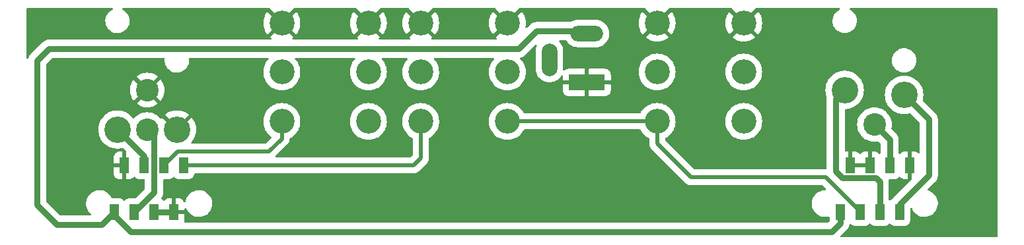
<source format=gbr>
%TF.GenerationSoftware,KiCad,Pcbnew,(6.0.9-0)*%
%TF.CreationDate,2024-08-25T20:51:05+02:00*%
%TF.ProjectId,preamp-test-jacks-board,70726561-6d70-42d7-9465-73742d6a6163,rev?*%
%TF.SameCoordinates,Original*%
%TF.FileFunction,Copper,L1,Top*%
%TF.FilePolarity,Positive*%
%FSLAX46Y46*%
G04 Gerber Fmt 4.6, Leading zero omitted, Abs format (unit mm)*
G04 Created by KiCad (PCBNEW (6.0.9-0)) date 2024-08-25 20:51:05*
%MOMM*%
%LPD*%
G01*
G04 APERTURE LIST*
%TA.AperFunction,SMDPad,CuDef*%
%ADD10R,1.200000X2.000000*%
%TD*%
%TA.AperFunction,ComponentPad*%
%ADD11C,3.400000*%
%TD*%
%TA.AperFunction,ComponentPad*%
%ADD12C,2.900000*%
%TD*%
%TA.AperFunction,ComponentPad*%
%ADD13R,4.600000X2.000000*%
%TD*%
%TA.AperFunction,ComponentPad*%
%ADD14O,4.200000X2.000000*%
%TD*%
%TA.AperFunction,ComponentPad*%
%ADD15O,2.000000X4.200000*%
%TD*%
%TA.AperFunction,ComponentPad*%
%ADD16C,3.200000*%
%TD*%
%TA.AperFunction,Conductor*%
%ADD17C,0.800000*%
%TD*%
%TA.AperFunction,Conductor*%
%ADD18C,0.500000*%
%TD*%
G04 APERTURE END LIST*
D10*
%TO.P,J8,1,Pin_1*%
%TO.N,/Jack9V*%
X49050000Y-70000000D03*
%TO.P,J8,2,Pin_2*%
%TO.N,/GND*%
X50320000Y-64000000D03*
%TO.P,J8,3,Pin_3*%
%TO.N,/Out-*%
X51590000Y-70000000D03*
%TO.P,J8,4,Pin_4*%
%TO.N,/Out+*%
X52860000Y-64000000D03*
%TO.P,J8,5,Pin_5*%
%TO.N,/GND*%
X54130000Y-70000000D03*
%TO.P,J8,6,Pin_6*%
%TO.N,/InstOut*%
X55400000Y-64000000D03*
%TO.P,J8,7,Pin_7*%
%TO.N,/GND*%
X56670000Y-70000000D03*
%TO.P,J8,8,Pin_8*%
%TO.N,/VolumeIn*%
X57940000Y-64000000D03*
%TD*%
D11*
%TO.P,J4,1*%
%TO.N,/GND*%
X57060000Y-59390000D03*
%TO.P,J4,2*%
%TO.N,/Out+*%
X49440000Y-59390000D03*
D12*
%TO.P,J4,3*%
%TO.N,/Out-*%
X53250000Y-59390000D03*
%TO.P,J4,G*%
%TO.N,/GND*%
X53250000Y-54310000D03*
%TD*%
D13*
%TO.P,J1,1*%
%TO.N,/GND*%
X109600000Y-53350000D03*
D14*
%TO.P,J1,2*%
%TO.N,/Jack9V*%
X109600000Y-47050000D03*
D15*
%TO.P,J1,3*%
%TO.N,unconnected-(J1-Pad3)*%
X104800000Y-50450000D03*
%TD*%
D10*
%TO.P,J7,1,Pin_1*%
%TO.N,/Jack9V*%
X142050000Y-70000000D03*
%TO.P,J7,2,Pin_2*%
%TO.N,/GND*%
X143320000Y-64000000D03*
%TO.P,J7,3,Pin_3*%
%TO.N,/PreOut*%
X144590000Y-70000000D03*
%TO.P,J7,4,Pin_4*%
%TO.N,/GND*%
X145860000Y-64000000D03*
%TO.P,J7,5,Pin_5*%
%TO.N,/InGND*%
X147130000Y-70000000D03*
%TO.P,J7,6,Pin_6*%
%TO.N,/In-*%
X148400000Y-64000000D03*
%TO.P,J7,7,Pin_7*%
%TO.N,/In+*%
X149670000Y-70000000D03*
%TO.P,J7,8,Pin_8*%
%TO.N,/GND*%
X150940000Y-64000000D03*
%TD*%
D16*
%TO.P,J6,R*%
%TO.N,unconnected-(J6-PadR)*%
X70500000Y-52000000D03*
%TO.P,J6,RN*%
%TO.N,unconnected-(J6-PadRN)*%
X81600000Y-52000000D03*
%TO.P,J6,S*%
%TO.N,/GND*%
X70500000Y-45700000D03*
X81600000Y-45700000D03*
%TO.P,J6,T*%
%TO.N,/InstOut*%
X70500000Y-58350000D03*
%TO.P,J6,TN*%
%TO.N,unconnected-(J6-PadTN)*%
X81600000Y-58350000D03*
%TD*%
%TO.P,J5,R*%
%TO.N,unconnected-(J5-PadR)*%
X118600000Y-52000000D03*
%TO.P,J5,RN*%
%TO.N,unconnected-(J5-PadRN)*%
X129700000Y-52000000D03*
%TO.P,J5,S*%
%TO.N,/GND*%
X129700000Y-45700000D03*
X118600000Y-45700000D03*
%TO.P,J5,T*%
%TO.N,/PreOut*%
X118600000Y-58350000D03*
%TO.P,J5,TN*%
%TO.N,unconnected-(J5-PadTN)*%
X129700000Y-58350000D03*
%TD*%
D11*
%TO.P,J2,1*%
%TO.N,/InGND*%
X142640000Y-54300000D03*
%TO.P,J2,2*%
%TO.N,/In+*%
X150260000Y-54935000D03*
D12*
%TO.P,J2,3*%
%TO.N,/In-*%
X146450000Y-58750000D03*
%TD*%
D16*
%TO.P,J3,R*%
%TO.N,unconnected-(J3-PadR)*%
X88300000Y-52000000D03*
%TO.P,J3,RN*%
%TO.N,unconnected-(J3-PadRN)*%
X99400000Y-52000000D03*
%TO.P,J3,S*%
%TO.N,/GND*%
X88300000Y-45700000D03*
X99400000Y-45700000D03*
%TO.P,J3,T*%
%TO.N,/VolumeIn*%
X88300000Y-58350000D03*
%TO.P,J3,TN*%
%TO.N,/PreOut*%
X99400000Y-58350000D03*
%TD*%
D17*
%TO.N,/GND*%
X54130000Y-70000000D02*
X56670000Y-70000000D01*
%TO.N,/Jack9V*%
X39116000Y-50546000D02*
X40662001Y-48999999D01*
X51167000Y-72517000D02*
X111887000Y-72517000D01*
X109286000Y-46736000D02*
X109600000Y-47050000D01*
X39116000Y-69088000D02*
X39116000Y-50546000D01*
X49050000Y-70000000D02*
X47422000Y-71628000D01*
X142087600Y-70037600D02*
X142050000Y-70000000D01*
X49050000Y-70000000D02*
X49050000Y-70400000D01*
X142087600Y-71424800D02*
X142087600Y-70037600D01*
X49050000Y-70400000D02*
X51167000Y-72517000D01*
X40662001Y-48999999D02*
X100860001Y-48999999D01*
X47422000Y-71628000D02*
X41656000Y-71628000D01*
X41656000Y-71628000D02*
X39116000Y-69088000D01*
X103124000Y-46736000D02*
X109286000Y-46736000D01*
X111887000Y-72517000D02*
X140995400Y-72517000D01*
X100860001Y-48999999D02*
X103124000Y-46736000D01*
X140995400Y-72517000D02*
X142087600Y-71424800D01*
%TO.N,/InGND*%
X142308000Y-65600000D02*
X141478000Y-64770000D01*
X141478000Y-64770000D02*
X141478000Y-55462000D01*
X146626000Y-65600000D02*
X142308000Y-65600000D01*
X141478000Y-55462000D02*
X142640000Y-54300000D01*
X147130000Y-70000000D02*
X147130000Y-66104000D01*
X147130000Y-66104000D02*
X146626000Y-65600000D01*
%TO.N,/In+*%
X149670000Y-69024000D02*
X153416000Y-65278000D01*
X149670000Y-70000000D02*
X149670000Y-69024000D01*
X153416000Y-58091000D02*
X150260000Y-54935000D01*
X153416000Y-65278000D02*
X153416000Y-58091000D01*
%TO.N,/In-*%
X148400000Y-64000000D02*
X148400000Y-60700000D01*
X148400000Y-60700000D02*
X146450000Y-58750000D01*
D18*
%TO.N,/VolumeIn*%
X57940000Y-64000000D02*
X87384000Y-64000000D01*
X88300000Y-63084000D02*
X88300000Y-58350000D01*
X87384000Y-64000000D02*
X88300000Y-63084000D01*
%TO.N,/PreOut*%
X140208000Y-65532000D02*
X122936000Y-65532000D01*
X118600000Y-61196000D02*
X118600000Y-58350000D01*
X144590000Y-70000000D02*
X144590000Y-69914000D01*
X144590000Y-69914000D02*
X140208000Y-65532000D01*
X122936000Y-65532000D02*
X118600000Y-61196000D01*
X99400000Y-58350000D02*
X118600000Y-58350000D01*
D17*
%TO.N,/Out+*%
X52860000Y-64000000D02*
X52860000Y-62810000D01*
X52860000Y-62810000D02*
X49440000Y-59390000D01*
%TO.N,/Out-*%
X51590000Y-70000000D02*
X54127400Y-67462600D01*
X54127400Y-67462600D02*
X54127400Y-60267400D01*
X54127400Y-60267400D02*
X53250000Y-59390000D01*
D18*
%TO.N,/InstOut*%
X70500000Y-60564000D02*
X70500000Y-58350000D01*
X55400000Y-64000000D02*
X57170000Y-62230000D01*
X57170000Y-62230000D02*
X68834000Y-62230000D01*
X68834000Y-62230000D02*
X70500000Y-60564000D01*
%TD*%
%TA.AperFunction,Conductor*%
%TO.N,/GND*%
G36*
X48794635Y-43782502D02*
G01*
X48841128Y-43836158D01*
X48851232Y-43906432D01*
X48821738Y-43971012D01*
X48775746Y-44004484D01*
X48713745Y-44030802D01*
X48709461Y-44033500D01*
X48505260Y-44162092D01*
X48505257Y-44162094D01*
X48500981Y-44164787D01*
X48312375Y-44331065D01*
X48152780Y-44525359D01*
X48026303Y-44742670D01*
X48024488Y-44747399D01*
X47940035Y-44967406D01*
X47936196Y-44977406D01*
X47935162Y-44982356D01*
X47935161Y-44982359D01*
X47912381Y-45091403D01*
X47884778Y-45223530D01*
X47873372Y-45474708D01*
X47873953Y-45479728D01*
X47873953Y-45479732D01*
X47894509Y-45657389D01*
X47902271Y-45724478D01*
X47903650Y-45729350D01*
X47903650Y-45729352D01*
X47927762Y-45814562D01*
X47970733Y-45966416D01*
X48076995Y-46194295D01*
X48079836Y-46198475D01*
X48079838Y-46198479D01*
X48208680Y-46388064D01*
X48218323Y-46402253D01*
X48221798Y-46405928D01*
X48221799Y-46405929D01*
X48381625Y-46574941D01*
X48391082Y-46584941D01*
X48395108Y-46588019D01*
X48395109Y-46588020D01*
X48586807Y-46734585D01*
X48586811Y-46734588D01*
X48590827Y-46737658D01*
X48812420Y-46856475D01*
X49050158Y-46938334D01*
X49162993Y-46957824D01*
X49294016Y-46980456D01*
X49294022Y-46980457D01*
X49297926Y-46981131D01*
X49301887Y-46981311D01*
X49301888Y-46981311D01*
X49326653Y-46982436D01*
X49326672Y-46982436D01*
X49328072Y-46982500D01*
X49503176Y-46982500D01*
X49505684Y-46982298D01*
X49505689Y-46982298D01*
X49685585Y-46967824D01*
X49685589Y-46967823D01*
X49690627Y-46967418D01*
X49695535Y-46966212D01*
X49695538Y-46966212D01*
X49929892Y-46908649D01*
X49934806Y-46907442D01*
X49939458Y-46905467D01*
X49939462Y-46905466D01*
X50161597Y-46811175D01*
X50166255Y-46809198D01*
X50246317Y-46758780D01*
X50374740Y-46677908D01*
X50374743Y-46677906D01*
X50379019Y-46675213D01*
X50567625Y-46508935D01*
X50727220Y-46314641D01*
X50853697Y-46097330D01*
X50901020Y-45974049D01*
X50941991Y-45867318D01*
X50941992Y-45867314D01*
X50943804Y-45862594D01*
X50946928Y-45847641D01*
X50976911Y-45704119D01*
X68133202Y-45704119D01*
X68152913Y-46004849D01*
X68153987Y-46013007D01*
X68212783Y-46308597D01*
X68214914Y-46316549D01*
X68311785Y-46601923D01*
X68314940Y-46609542D01*
X68448233Y-46879831D01*
X68452354Y-46886969D01*
X68619786Y-47137548D01*
X68624802Y-47144085D01*
X68646451Y-47168770D01*
X68659690Y-47177167D01*
X68669456Y-47171333D01*
X70127980Y-45712810D01*
X70134357Y-45701131D01*
X70864408Y-45701131D01*
X70864539Y-45702966D01*
X70868790Y-45709580D01*
X72328791Y-47169580D01*
X72342551Y-47177094D01*
X72351914Y-47170634D01*
X72375198Y-47144085D01*
X72380214Y-47137548D01*
X72547646Y-46886969D01*
X72551767Y-46879831D01*
X72685060Y-46609542D01*
X72688215Y-46601923D01*
X72785086Y-46316549D01*
X72787217Y-46308597D01*
X72846013Y-46013007D01*
X72847087Y-46004849D01*
X72866798Y-45704119D01*
X79233202Y-45704119D01*
X79252913Y-46004849D01*
X79253987Y-46013007D01*
X79312783Y-46308597D01*
X79314914Y-46316549D01*
X79411785Y-46601923D01*
X79414940Y-46609542D01*
X79548233Y-46879831D01*
X79552354Y-46886969D01*
X79719786Y-47137548D01*
X79724802Y-47144085D01*
X79746451Y-47168770D01*
X79759690Y-47177167D01*
X79769456Y-47171333D01*
X81227980Y-45712810D01*
X81234357Y-45701131D01*
X81964408Y-45701131D01*
X81964539Y-45702966D01*
X81968790Y-45709580D01*
X83428791Y-47169580D01*
X83442551Y-47177094D01*
X83451914Y-47170634D01*
X83475198Y-47144085D01*
X83480214Y-47137548D01*
X83647646Y-46886969D01*
X83651767Y-46879831D01*
X83785060Y-46609542D01*
X83788215Y-46601923D01*
X83885086Y-46316549D01*
X83887217Y-46308597D01*
X83946013Y-46013007D01*
X83947087Y-46004849D01*
X83966798Y-45704119D01*
X85933202Y-45704119D01*
X85952913Y-46004849D01*
X85953987Y-46013007D01*
X86012783Y-46308597D01*
X86014914Y-46316549D01*
X86111785Y-46601923D01*
X86114940Y-46609542D01*
X86248233Y-46879831D01*
X86252354Y-46886969D01*
X86419786Y-47137548D01*
X86424802Y-47144085D01*
X86446451Y-47168770D01*
X86459690Y-47177167D01*
X86469456Y-47171333D01*
X87927980Y-45712810D01*
X87934357Y-45701131D01*
X88664408Y-45701131D01*
X88664539Y-45702966D01*
X88668790Y-45709580D01*
X90128791Y-47169580D01*
X90142551Y-47177094D01*
X90151914Y-47170634D01*
X90175198Y-47144085D01*
X90180214Y-47137548D01*
X90347646Y-46886969D01*
X90351767Y-46879831D01*
X90485060Y-46609542D01*
X90488215Y-46601923D01*
X90585086Y-46316549D01*
X90587217Y-46308597D01*
X90646013Y-46013007D01*
X90647087Y-46004849D01*
X90666798Y-45704119D01*
X97033202Y-45704119D01*
X97052913Y-46004849D01*
X97053987Y-46013007D01*
X97112783Y-46308597D01*
X97114914Y-46316549D01*
X97211785Y-46601923D01*
X97214940Y-46609542D01*
X97348233Y-46879831D01*
X97352354Y-46886969D01*
X97519786Y-47137548D01*
X97524802Y-47144085D01*
X97546451Y-47168770D01*
X97559690Y-47177167D01*
X97569456Y-47171333D01*
X99027980Y-45712810D01*
X99035592Y-45698869D01*
X99035461Y-45697034D01*
X99031210Y-45690420D01*
X97571209Y-44230420D01*
X97557449Y-44222906D01*
X97548086Y-44229366D01*
X97524802Y-44255915D01*
X97519786Y-44262452D01*
X97352354Y-44513031D01*
X97348233Y-44520169D01*
X97214940Y-44790458D01*
X97211785Y-44798077D01*
X97114914Y-45083451D01*
X97112783Y-45091403D01*
X97053987Y-45386993D01*
X97052913Y-45395151D01*
X97033202Y-45695881D01*
X97033202Y-45704119D01*
X90666798Y-45704119D01*
X90666798Y-45695881D01*
X90647087Y-45395151D01*
X90646013Y-45386993D01*
X90587217Y-45091403D01*
X90585086Y-45083451D01*
X90488215Y-44798077D01*
X90485060Y-44790458D01*
X90351767Y-44520169D01*
X90347646Y-44513031D01*
X90180214Y-44262452D01*
X90175198Y-44255915D01*
X90153549Y-44231230D01*
X90140310Y-44222833D01*
X90130544Y-44228667D01*
X88672020Y-45687190D01*
X88664408Y-45701131D01*
X87934357Y-45701131D01*
X87935592Y-45698869D01*
X87935461Y-45697034D01*
X87931210Y-45690420D01*
X86471209Y-44230420D01*
X86457449Y-44222906D01*
X86448086Y-44229366D01*
X86424802Y-44255915D01*
X86419786Y-44262452D01*
X86252354Y-44513031D01*
X86248233Y-44520169D01*
X86114940Y-44790458D01*
X86111785Y-44798077D01*
X86014914Y-45083451D01*
X86012783Y-45091403D01*
X85953987Y-45386993D01*
X85952913Y-45395151D01*
X85933202Y-45695881D01*
X85933202Y-45704119D01*
X83966798Y-45704119D01*
X83966798Y-45695881D01*
X83947087Y-45395151D01*
X83946013Y-45386993D01*
X83887217Y-45091403D01*
X83885086Y-45083451D01*
X83788215Y-44798077D01*
X83785060Y-44790458D01*
X83651767Y-44520169D01*
X83647646Y-44513031D01*
X83480214Y-44262452D01*
X83475198Y-44255915D01*
X83453549Y-44231230D01*
X83440310Y-44222833D01*
X83430544Y-44228667D01*
X81972020Y-45687190D01*
X81964408Y-45701131D01*
X81234357Y-45701131D01*
X81235592Y-45698869D01*
X81235461Y-45697034D01*
X81231210Y-45690420D01*
X79771209Y-44230420D01*
X79757449Y-44222906D01*
X79748086Y-44229366D01*
X79724802Y-44255915D01*
X79719786Y-44262452D01*
X79552354Y-44513031D01*
X79548233Y-44520169D01*
X79414940Y-44790458D01*
X79411785Y-44798077D01*
X79314914Y-45083451D01*
X79312783Y-45091403D01*
X79253987Y-45386993D01*
X79252913Y-45395151D01*
X79233202Y-45695881D01*
X79233202Y-45704119D01*
X72866798Y-45704119D01*
X72866798Y-45695881D01*
X72847087Y-45395151D01*
X72846013Y-45386993D01*
X72787217Y-45091403D01*
X72785086Y-45083451D01*
X72688215Y-44798077D01*
X72685060Y-44790458D01*
X72551767Y-44520169D01*
X72547646Y-44513031D01*
X72380214Y-44262452D01*
X72375198Y-44255915D01*
X72353549Y-44231230D01*
X72340310Y-44222833D01*
X72330544Y-44228667D01*
X70872020Y-45687190D01*
X70864408Y-45701131D01*
X70134357Y-45701131D01*
X70135592Y-45698869D01*
X70135461Y-45697034D01*
X70131210Y-45690420D01*
X68671209Y-44230420D01*
X68657449Y-44222906D01*
X68648086Y-44229366D01*
X68624802Y-44255915D01*
X68619786Y-44262452D01*
X68452354Y-44513031D01*
X68448233Y-44520169D01*
X68314940Y-44790458D01*
X68311785Y-44798077D01*
X68214914Y-45083451D01*
X68212783Y-45091403D01*
X68153987Y-45386993D01*
X68152913Y-45395151D01*
X68133202Y-45695881D01*
X68133202Y-45704119D01*
X50976911Y-45704119D01*
X50994188Y-45621421D01*
X50994188Y-45621417D01*
X50995222Y-45616470D01*
X51006628Y-45365292D01*
X51003177Y-45335461D01*
X50978311Y-45120552D01*
X50977729Y-45115522D01*
X50909267Y-44873584D01*
X50803005Y-44645705D01*
X50799323Y-44640286D01*
X50664524Y-44441936D01*
X50664523Y-44441935D01*
X50661677Y-44437747D01*
X50652221Y-44427747D01*
X50492398Y-44258739D01*
X50488918Y-44255059D01*
X50475839Y-44245059D01*
X50293193Y-44105415D01*
X50293189Y-44105412D01*
X50289173Y-44102342D01*
X50097455Y-43999544D01*
X50046872Y-43949726D01*
X50031252Y-43880469D01*
X50055556Y-43813762D01*
X50112066Y-43770783D01*
X50156996Y-43762500D01*
X68896890Y-43762500D01*
X68965011Y-43782502D01*
X69011504Y-43836158D01*
X69013102Y-43843400D01*
X69028667Y-43869456D01*
X70487190Y-45327980D01*
X70501131Y-45335592D01*
X70502966Y-45335461D01*
X70509580Y-45331210D01*
X71969580Y-43871209D01*
X71993113Y-43828113D01*
X72043316Y-43777912D01*
X72103700Y-43762500D01*
X79996890Y-43762500D01*
X80065011Y-43782502D01*
X80111504Y-43836158D01*
X80113102Y-43843400D01*
X80128667Y-43869456D01*
X81587190Y-45327980D01*
X81601131Y-45335592D01*
X81602966Y-45335461D01*
X81609580Y-45331210D01*
X83069580Y-43871209D01*
X83093113Y-43828113D01*
X83143316Y-43777912D01*
X83203700Y-43762500D01*
X86696890Y-43762500D01*
X86765011Y-43782502D01*
X86811504Y-43836158D01*
X86813102Y-43843400D01*
X86828667Y-43869456D01*
X88287190Y-45327980D01*
X88301131Y-45335592D01*
X88302966Y-45335461D01*
X88309580Y-45331210D01*
X89769580Y-43871209D01*
X89793113Y-43828113D01*
X89843316Y-43777912D01*
X89903700Y-43762500D01*
X97796890Y-43762500D01*
X97865011Y-43782502D01*
X97911504Y-43836158D01*
X97913102Y-43843400D01*
X97928667Y-43869456D01*
X99387190Y-45327980D01*
X99401131Y-45335592D01*
X99402966Y-45335461D01*
X99409580Y-45331210D01*
X100869580Y-43871209D01*
X100893113Y-43828113D01*
X100943316Y-43777912D01*
X101003700Y-43762500D01*
X116996890Y-43762500D01*
X117065011Y-43782502D01*
X117111504Y-43836158D01*
X117113102Y-43843400D01*
X117128667Y-43869456D01*
X118587190Y-45327980D01*
X118601131Y-45335592D01*
X118602966Y-45335461D01*
X118609580Y-45331210D01*
X120069580Y-43871209D01*
X120093113Y-43828113D01*
X120143316Y-43777912D01*
X120203700Y-43762500D01*
X128096890Y-43762500D01*
X128165011Y-43782502D01*
X128211504Y-43836158D01*
X128213102Y-43843400D01*
X128228667Y-43869456D01*
X129687190Y-45327980D01*
X129701131Y-45335592D01*
X129702966Y-45335461D01*
X129709580Y-45331210D01*
X131169580Y-43871209D01*
X131193113Y-43828113D01*
X131243316Y-43777912D01*
X131303700Y-43762500D01*
X141902956Y-43762500D01*
X141971077Y-43782502D01*
X142017570Y-43836158D01*
X142027674Y-43906432D01*
X141998180Y-43971012D01*
X141952188Y-44004484D01*
X141913745Y-44020802D01*
X141893581Y-44033500D01*
X141705260Y-44152092D01*
X141705257Y-44152094D01*
X141700981Y-44154787D01*
X141512375Y-44321065D01*
X141352780Y-44515359D01*
X141350236Y-44519730D01*
X141349236Y-44521449D01*
X141226303Y-44732670D01*
X141220649Y-44747399D01*
X141177809Y-44859002D01*
X141136196Y-44967406D01*
X141135162Y-44972356D01*
X141135161Y-44972359D01*
X141110292Y-45091403D01*
X141084778Y-45213530D01*
X141073372Y-45464708D01*
X141073953Y-45469728D01*
X141073953Y-45469732D01*
X141095666Y-45657389D01*
X141102271Y-45714478D01*
X141103650Y-45719350D01*
X141103650Y-45719352D01*
X141115279Y-45760446D01*
X141170733Y-45956416D01*
X141276995Y-46184295D01*
X141279836Y-46188475D01*
X141279838Y-46188479D01*
X141415476Y-46388064D01*
X141418323Y-46392253D01*
X141421798Y-46395928D01*
X141421799Y-46395929D01*
X141459246Y-46435528D01*
X141591082Y-46574941D01*
X141595108Y-46578019D01*
X141595109Y-46578020D01*
X141786807Y-46724585D01*
X141786811Y-46724588D01*
X141790827Y-46727658D01*
X142012420Y-46846475D01*
X142017209Y-46848124D01*
X142041462Y-46856475D01*
X142250158Y-46928334D01*
X142379228Y-46950628D01*
X142494016Y-46970456D01*
X142494022Y-46970457D01*
X142497926Y-46971131D01*
X142501887Y-46971311D01*
X142501888Y-46971311D01*
X142526653Y-46972436D01*
X142526672Y-46972436D01*
X142528072Y-46972500D01*
X142703176Y-46972500D01*
X142705684Y-46972298D01*
X142705689Y-46972298D01*
X142885585Y-46957824D01*
X142885589Y-46957823D01*
X142890627Y-46957418D01*
X142895535Y-46956212D01*
X142895538Y-46956212D01*
X143129892Y-46898649D01*
X143134806Y-46897442D01*
X143139458Y-46895467D01*
X143139462Y-46895466D01*
X143342696Y-46809198D01*
X143366255Y-46799198D01*
X143463979Y-46737658D01*
X143574740Y-46667908D01*
X143574743Y-46667906D01*
X143579019Y-46665213D01*
X143767625Y-46498935D01*
X143927220Y-46304641D01*
X144053697Y-46087330D01*
X144101980Y-45961549D01*
X144141991Y-45857318D01*
X144141992Y-45857314D01*
X144143804Y-45852594D01*
X144144839Y-45847641D01*
X144194188Y-45611421D01*
X144194188Y-45611417D01*
X144195222Y-45606470D01*
X144206628Y-45355292D01*
X144198805Y-45287673D01*
X144178311Y-45110552D01*
X144177729Y-45105522D01*
X144171484Y-45083451D01*
X144110644Y-44868451D01*
X144109267Y-44863584D01*
X144003005Y-44635705D01*
X143861677Y-44427747D01*
X143701855Y-44258739D01*
X143692398Y-44248739D01*
X143688918Y-44245059D01*
X143684891Y-44241980D01*
X143493193Y-44095415D01*
X143493189Y-44095412D01*
X143489173Y-44092342D01*
X143316105Y-43999544D01*
X143265522Y-43949726D01*
X143249902Y-43880469D01*
X143274206Y-43813762D01*
X143330716Y-43770783D01*
X143375646Y-43762500D01*
X162111500Y-43762500D01*
X162179621Y-43782502D01*
X162226114Y-43836158D01*
X162237500Y-43888500D01*
X162237500Y-73111500D01*
X162217498Y-73179621D01*
X162163842Y-73226114D01*
X162111500Y-73237500D01*
X142223113Y-73237500D01*
X142154992Y-73217498D01*
X142108499Y-73163842D01*
X142098395Y-73093568D01*
X142127889Y-73028988D01*
X142134018Y-73022405D01*
X142878882Y-72277541D01*
X142884899Y-72271904D01*
X142930119Y-72232247D01*
X142934460Y-72228440D01*
X142990165Y-72157779D01*
X142992225Y-72155236D01*
X143046053Y-72090515D01*
X143046060Y-72090505D01*
X143049750Y-72086068D01*
X143052576Y-72081023D01*
X143053826Y-72079203D01*
X143062029Y-72066926D01*
X143063159Y-72065187D01*
X143066731Y-72060655D01*
X143069415Y-72055554D01*
X143069418Y-72055549D01*
X143108644Y-71980991D01*
X143110197Y-71978131D01*
X143154145Y-71899657D01*
X143156004Y-71894180D01*
X143156899Y-71892171D01*
X143162733Y-71878591D01*
X143163522Y-71876686D01*
X143166211Y-71871575D01*
X143192902Y-71785616D01*
X143193922Y-71782478D01*
X143220966Y-71702810D01*
X143220966Y-71702808D01*
X143222822Y-71697342D01*
X143223651Y-71691626D01*
X143224166Y-71689480D01*
X143227408Y-71675152D01*
X143227855Y-71673051D01*
X143229568Y-71667533D01*
X143236032Y-71612917D01*
X143263902Y-71547619D01*
X143322650Y-71507755D01*
X143393625Y-71505980D01*
X143450176Y-71538552D01*
X143514201Y-71602466D01*
X143665560Y-71695764D01*
X143672508Y-71698069D01*
X143672509Y-71698069D01*
X143827791Y-71749575D01*
X143827793Y-71749576D01*
X143834322Y-71751741D01*
X143939334Y-71762500D01*
X145240666Y-71762500D01*
X145243912Y-71762163D01*
X145243916Y-71762163D01*
X145340132Y-71752180D01*
X145340136Y-71752179D01*
X145346990Y-71751468D01*
X145353526Y-71749287D01*
X145353528Y-71749287D01*
X145492835Y-71702810D01*
X145515654Y-71695197D01*
X145666850Y-71601634D01*
X145770754Y-71497549D01*
X145833037Y-71463470D01*
X145903857Y-71468473D01*
X145948944Y-71497394D01*
X146049017Y-71597293D01*
X146049026Y-71597300D01*
X146054201Y-71602466D01*
X146205560Y-71695764D01*
X146212508Y-71698069D01*
X146212509Y-71698069D01*
X146367791Y-71749575D01*
X146367793Y-71749576D01*
X146374322Y-71751741D01*
X146479334Y-71762500D01*
X147780666Y-71762500D01*
X147783912Y-71762163D01*
X147783916Y-71762163D01*
X147880132Y-71752180D01*
X147880136Y-71752179D01*
X147886990Y-71751468D01*
X147893526Y-71749287D01*
X147893528Y-71749287D01*
X148032835Y-71702810D01*
X148055654Y-71695197D01*
X148206850Y-71601634D01*
X148310754Y-71497549D01*
X148373037Y-71463470D01*
X148443857Y-71468473D01*
X148488944Y-71497394D01*
X148589017Y-71597293D01*
X148589026Y-71597300D01*
X148594201Y-71602466D01*
X148745560Y-71695764D01*
X148752508Y-71698069D01*
X148752509Y-71698069D01*
X148907791Y-71749575D01*
X148907793Y-71749576D01*
X148914322Y-71751741D01*
X149019334Y-71762500D01*
X150320666Y-71762500D01*
X150323912Y-71762163D01*
X150323916Y-71762163D01*
X150420132Y-71752180D01*
X150420136Y-71752179D01*
X150426990Y-71751468D01*
X150433526Y-71749287D01*
X150433528Y-71749287D01*
X150572835Y-71702810D01*
X150595654Y-71695197D01*
X150746850Y-71601634D01*
X150872466Y-71475799D01*
X150965764Y-71324440D01*
X151003371Y-71211060D01*
X151019575Y-71162209D01*
X151019576Y-71162207D01*
X151021741Y-71155678D01*
X151032500Y-71050666D01*
X151032500Y-69577953D01*
X151052502Y-69509832D01*
X151106158Y-69463339D01*
X151176432Y-69453235D01*
X151241012Y-69482729D01*
X151277813Y-69537452D01*
X151290170Y-69573855D01*
X151292371Y-69578091D01*
X151292373Y-69578097D01*
X151350222Y-69689461D01*
X151410275Y-69805068D01*
X151563972Y-70015453D01*
X151567346Y-70018845D01*
X151567348Y-70018847D01*
X151744348Y-70196776D01*
X151744353Y-70196780D01*
X151747724Y-70200169D01*
X151751570Y-70203010D01*
X151751575Y-70203014D01*
X151857868Y-70281523D01*
X151957302Y-70354966D01*
X151961532Y-70357192D01*
X151961536Y-70357194D01*
X152183646Y-70474051D01*
X152187883Y-70476280D01*
X152434161Y-70561321D01*
X152690468Y-70608131D01*
X152773832Y-70612500D01*
X152936257Y-70612500D01*
X152938636Y-70612319D01*
X152938637Y-70612319D01*
X153125030Y-70598141D01*
X153125035Y-70598140D01*
X153129797Y-70597778D01*
X153134450Y-70596699D01*
X153134453Y-70596699D01*
X153378951Y-70540027D01*
X153378950Y-70540027D01*
X153383615Y-70538946D01*
X153625613Y-70442398D01*
X153850223Y-70310357D01*
X154052277Y-70145859D01*
X154227123Y-69952692D01*
X154244769Y-69925982D01*
X154365570Y-69743124D01*
X154370739Y-69735300D01*
X154374158Y-69727885D01*
X154477813Y-69503038D01*
X154477814Y-69503035D01*
X154479819Y-69498686D01*
X154484410Y-69482729D01*
X154550533Y-69252888D01*
X154550534Y-69252884D01*
X154551854Y-69248295D01*
X154568589Y-69118561D01*
X154584575Y-68994626D01*
X154585186Y-68989889D01*
X154579048Y-68729414D01*
X154544863Y-68536530D01*
X154534414Y-68477569D01*
X154534413Y-68477565D01*
X154533580Y-68472865D01*
X154449830Y-68226145D01*
X154447629Y-68221909D01*
X154447627Y-68221903D01*
X154363892Y-68060707D01*
X154329725Y-67994932D01*
X154176028Y-67784547D01*
X154172652Y-67781153D01*
X153995652Y-67603224D01*
X153995647Y-67603220D01*
X153992276Y-67599831D01*
X153988430Y-67596990D01*
X153988425Y-67596986D01*
X153786550Y-67447879D01*
X153786549Y-67447878D01*
X153782698Y-67445034D01*
X153778468Y-67442808D01*
X153778464Y-67442806D01*
X153556354Y-67325949D01*
X153556352Y-67325948D01*
X153552117Y-67323720D01*
X153547588Y-67322156D01*
X153342759Y-67251427D01*
X153284898Y-67210286D01*
X153258464Y-67144394D01*
X153271851Y-67074671D01*
X153294790Y-67043233D01*
X154207282Y-66130741D01*
X154213299Y-66125104D01*
X154258519Y-66085447D01*
X154262860Y-66081640D01*
X154318565Y-66010979D01*
X154320625Y-66008436D01*
X154374453Y-65943715D01*
X154374460Y-65943705D01*
X154378150Y-65939268D01*
X154380976Y-65934223D01*
X154382226Y-65932403D01*
X154390429Y-65920126D01*
X154391559Y-65918387D01*
X154395131Y-65913855D01*
X154397815Y-65908754D01*
X154397818Y-65908749D01*
X154437044Y-65834191D01*
X154438597Y-65831331D01*
X154482545Y-65752857D01*
X154484404Y-65747380D01*
X154485299Y-65745371D01*
X154491133Y-65731791D01*
X154491922Y-65729886D01*
X154494611Y-65724775D01*
X154502904Y-65698069D01*
X154521302Y-65638816D01*
X154522322Y-65635678D01*
X154549366Y-65556010D01*
X154549366Y-65556008D01*
X154551222Y-65550542D01*
X154552051Y-65544826D01*
X154552566Y-65542680D01*
X154555808Y-65528352D01*
X154556255Y-65526251D01*
X154557968Y-65520733D01*
X154568545Y-65431367D01*
X154568975Y-65428101D01*
X154581052Y-65344814D01*
X154581052Y-65344810D01*
X154581880Y-65339101D01*
X154578597Y-65255544D01*
X154578500Y-65250597D01*
X154578500Y-58134439D01*
X154578770Y-58126198D01*
X154582702Y-58066204D01*
X154583080Y-58060439D01*
X154572500Y-57971052D01*
X154572157Y-57967777D01*
X154569579Y-57939717D01*
X154563930Y-57878244D01*
X154562361Y-57872682D01*
X154561941Y-57870414D01*
X154559106Y-57856163D01*
X154558647Y-57854002D01*
X154557968Y-57848267D01*
X154556255Y-57842751D01*
X154556254Y-57842745D01*
X154531276Y-57762302D01*
X154530339Y-57759139D01*
X154507506Y-57678180D01*
X154505936Y-57672613D01*
X154503381Y-57667431D01*
X154502582Y-57665350D01*
X154497143Y-57651717D01*
X154496324Y-57649739D01*
X154494611Y-57644224D01*
X154452711Y-57564587D01*
X154451218Y-57561656D01*
X154415416Y-57489056D01*
X154411440Y-57480993D01*
X154407986Y-57476368D01*
X154406851Y-57474515D01*
X154399032Y-57462122D01*
X154397820Y-57460256D01*
X154395131Y-57455145D01*
X154339435Y-57384494D01*
X154337438Y-57381892D01*
X154319358Y-57357679D01*
X154283607Y-57309803D01*
X154237551Y-57267229D01*
X154222177Y-57253018D01*
X154218611Y-57249588D01*
X152672025Y-55703002D01*
X152637999Y-55640690D01*
X152641287Y-55574972D01*
X152648624Y-55552392D01*
X152648627Y-55552380D01*
X152649852Y-55548610D01*
X152707913Y-55244243D01*
X152727369Y-54935000D01*
X152707913Y-54625757D01*
X152649852Y-54321390D01*
X152554102Y-54026701D01*
X152552413Y-54023111D01*
X152423860Y-53749922D01*
X152423856Y-53749915D01*
X152422172Y-53746336D01*
X152256143Y-53484717D01*
X152058635Y-53245970D01*
X151832760Y-53033860D01*
X151582082Y-52851731D01*
X151572873Y-52846668D01*
X151314017Y-52704361D01*
X151314014Y-52704360D01*
X151310555Y-52702458D01*
X151153500Y-52640276D01*
X151026142Y-52589851D01*
X151026139Y-52589850D01*
X151022459Y-52588393D01*
X151018625Y-52587409D01*
X151018617Y-52587406D01*
X150810543Y-52533982D01*
X150722339Y-52511335D01*
X150718411Y-52510839D01*
X150718407Y-52510838D01*
X150596026Y-52495378D01*
X150414927Y-52472500D01*
X150105073Y-52472500D01*
X149923974Y-52495378D01*
X149801593Y-52510838D01*
X149801589Y-52510839D01*
X149797661Y-52511335D01*
X149709457Y-52533982D01*
X149501383Y-52587406D01*
X149501375Y-52587409D01*
X149497541Y-52588393D01*
X149493861Y-52589850D01*
X149493858Y-52589851D01*
X149366500Y-52640276D01*
X149209445Y-52702458D01*
X149205986Y-52704360D01*
X149205983Y-52704361D01*
X148947128Y-52846668D01*
X148937918Y-52851731D01*
X148687240Y-53033860D01*
X148461365Y-53245970D01*
X148263857Y-53484717D01*
X148097828Y-53746336D01*
X148096144Y-53749915D01*
X148096140Y-53749922D01*
X147967587Y-54023111D01*
X147965898Y-54026701D01*
X147870148Y-54321390D01*
X147812087Y-54625757D01*
X147792631Y-54935000D01*
X147812087Y-55244243D01*
X147870148Y-55548610D01*
X147965898Y-55843299D01*
X147967585Y-55846885D01*
X147967587Y-55846889D01*
X148096140Y-56120078D01*
X148096144Y-56120085D01*
X148097828Y-56123664D01*
X148099951Y-56127010D01*
X148099952Y-56127011D01*
X148123729Y-56164477D01*
X148263857Y-56385283D01*
X148461365Y-56624030D01*
X148464252Y-56626741D01*
X148678552Y-56827981D01*
X148687240Y-56836140D01*
X148937918Y-57018269D01*
X148941387Y-57020176D01*
X148941390Y-57020178D01*
X149200788Y-57162783D01*
X149209445Y-57167542D01*
X149269835Y-57191452D01*
X149493858Y-57280149D01*
X149493861Y-57280150D01*
X149497541Y-57281607D01*
X149501375Y-57282591D01*
X149501383Y-57282594D01*
X149645038Y-57319478D01*
X149797661Y-57358665D01*
X149801589Y-57359161D01*
X149801593Y-57359162D01*
X149923393Y-57374549D01*
X150105073Y-57397500D01*
X150414927Y-57397500D01*
X150722339Y-57358665D01*
X150824705Y-57332382D01*
X150905207Y-57311713D01*
X150976162Y-57314146D01*
X151025637Y-57344660D01*
X152216595Y-58535618D01*
X152250621Y-58597930D01*
X152253500Y-58624713D01*
X152253500Y-62331714D01*
X152233498Y-62399835D01*
X152179842Y-62446328D01*
X152109568Y-62456432D01*
X152044988Y-62426938D01*
X152038482Y-62420887D01*
X152020662Y-62403098D01*
X152009256Y-62394090D01*
X151870457Y-62308532D01*
X151857279Y-62302388D01*
X151702103Y-62250918D01*
X151688737Y-62248052D01*
X151593824Y-62238328D01*
X151587409Y-62238000D01*
X151212115Y-62238000D01*
X151196876Y-62242475D01*
X151195671Y-62243865D01*
X151194000Y-62251548D01*
X151194000Y-65743883D01*
X151198381Y-65758803D01*
X151198381Y-65829799D01*
X151166580Y-65883397D01*
X148878718Y-68171259D01*
X148872701Y-68176896D01*
X148823140Y-68220360D01*
X148819565Y-68224895D01*
X148819563Y-68224897D01*
X148781031Y-68273774D01*
X148743546Y-68303511D01*
X148744346Y-68304803D01*
X148593150Y-68398366D01*
X148587977Y-68403548D01*
X148507673Y-68483992D01*
X148445390Y-68518071D01*
X148374570Y-68513068D01*
X148317698Y-68470571D01*
X148292829Y-68404072D01*
X148292500Y-68394974D01*
X148292500Y-66147439D01*
X148292770Y-66139198D01*
X148296702Y-66079204D01*
X148297080Y-66073439D01*
X148286500Y-65984052D01*
X148286157Y-65980778D01*
X148278737Y-65900029D01*
X148292421Y-65830364D01*
X148341598Y-65779157D01*
X148404208Y-65762500D01*
X149050666Y-65762500D01*
X149053912Y-65762163D01*
X149053916Y-65762163D01*
X149150132Y-65752180D01*
X149150136Y-65752179D01*
X149156990Y-65751468D01*
X149163526Y-65749287D01*
X149163528Y-65749287D01*
X149295277Y-65705332D01*
X149325654Y-65695197D01*
X149476850Y-65601634D01*
X149527853Y-65550542D01*
X149581109Y-65497194D01*
X149643392Y-65463115D01*
X149714212Y-65468118D01*
X149759299Y-65497039D01*
X149859333Y-65596898D01*
X149870744Y-65605910D01*
X150009543Y-65691468D01*
X150022721Y-65697612D01*
X150177897Y-65749082D01*
X150191263Y-65751948D01*
X150286176Y-65761672D01*
X150292591Y-65762000D01*
X150667885Y-65762000D01*
X150683124Y-65757525D01*
X150684329Y-65756135D01*
X150686000Y-65748452D01*
X150686000Y-62256115D01*
X150681525Y-62240876D01*
X150680135Y-62239671D01*
X150672452Y-62238000D01*
X150292640Y-62238000D01*
X150286124Y-62238337D01*
X150189971Y-62248314D01*
X150176574Y-62251207D01*
X150021508Y-62302941D01*
X150008330Y-62309115D01*
X149869689Y-62394908D01*
X149858294Y-62403940D01*
X149777673Y-62484702D01*
X149715391Y-62518781D01*
X149644571Y-62513778D01*
X149587698Y-62471281D01*
X149562829Y-62404783D01*
X149562500Y-62395684D01*
X149562500Y-60743424D01*
X149562770Y-60735183D01*
X149567079Y-60669439D01*
X149556503Y-60580088D01*
X149556160Y-60576814D01*
X149556001Y-60575078D01*
X149547930Y-60487244D01*
X149546362Y-60481684D01*
X149545963Y-60479530D01*
X149543107Y-60465170D01*
X149542646Y-60463000D01*
X149541967Y-60457267D01*
X149515281Y-60371322D01*
X149514349Y-60368174D01*
X149491504Y-60287171D01*
X149491502Y-60287166D01*
X149489936Y-60281613D01*
X149487385Y-60276441D01*
X149486634Y-60274483D01*
X149481133Y-60260696D01*
X149480323Y-60258740D01*
X149478610Y-60253224D01*
X149436721Y-60173605D01*
X149435228Y-60170674D01*
X149397998Y-60095178D01*
X149397993Y-60095169D01*
X149395440Y-60089993D01*
X149391985Y-60085366D01*
X149390826Y-60083475D01*
X149383032Y-60071122D01*
X149381820Y-60069256D01*
X149379131Y-60064145D01*
X149323435Y-59993494D01*
X149321438Y-59990892D01*
X149271060Y-59923427D01*
X149271059Y-59923426D01*
X149267607Y-59918803D01*
X149206176Y-59862017D01*
X149202611Y-59858588D01*
X148651960Y-59307937D01*
X148617934Y-59245625D01*
X148617476Y-59194260D01*
X148647475Y-59043448D01*
X148647476Y-59043442D01*
X148648278Y-59039409D01*
X148649193Y-59025461D01*
X148666977Y-58754119D01*
X148667247Y-58750000D01*
X148665521Y-58723668D01*
X148648548Y-58464706D01*
X148648547Y-58464702D01*
X148648278Y-58460591D01*
X148647474Y-58456548D01*
X148592501Y-58180179D01*
X148592499Y-58180173D01*
X148591696Y-58176134D01*
X148577543Y-58134439D01*
X148499798Y-57905411D01*
X148498469Y-57901496D01*
X148496646Y-57897800D01*
X148496643Y-57897792D01*
X148372018Y-57645080D01*
X148370192Y-57641377D01*
X148270095Y-57491571D01*
X148211353Y-57403657D01*
X148211349Y-57403652D01*
X148209060Y-57400226D01*
X148017830Y-57182170D01*
X147799774Y-56990940D01*
X147796348Y-56988651D01*
X147796343Y-56988647D01*
X147613670Y-56866589D01*
X147558624Y-56829808D01*
X147554925Y-56827984D01*
X147554920Y-56827981D01*
X147343387Y-56723665D01*
X147298504Y-56701531D01*
X147222927Y-56675876D01*
X147027773Y-56609630D01*
X147027770Y-56609629D01*
X147023866Y-56608304D01*
X147019827Y-56607501D01*
X147019821Y-56607499D01*
X146743452Y-56552526D01*
X146743449Y-56552526D01*
X146739409Y-56551722D01*
X146735298Y-56551453D01*
X146735294Y-56551452D01*
X146454119Y-56533023D01*
X146450000Y-56532753D01*
X146445881Y-56533023D01*
X146164706Y-56551452D01*
X146164702Y-56551453D01*
X146160591Y-56551722D01*
X146156551Y-56552526D01*
X146156548Y-56552526D01*
X145880179Y-56607499D01*
X145880173Y-56607501D01*
X145876134Y-56608304D01*
X145872230Y-56609629D01*
X145872227Y-56609630D01*
X145677073Y-56675876D01*
X145601496Y-56701531D01*
X145597800Y-56703354D01*
X145597792Y-56703357D01*
X145454775Y-56773886D01*
X145341377Y-56829808D01*
X145337944Y-56832102D01*
X145337942Y-56832103D01*
X145103657Y-56988647D01*
X145103652Y-56988651D01*
X145100226Y-56990940D01*
X144882170Y-57182170D01*
X144690940Y-57400226D01*
X144688651Y-57403652D01*
X144688647Y-57403657D01*
X144629905Y-57491571D01*
X144529808Y-57641377D01*
X144527982Y-57645080D01*
X144403357Y-57897792D01*
X144403354Y-57897800D01*
X144401531Y-57901496D01*
X144400202Y-57905411D01*
X144322458Y-58134439D01*
X144308304Y-58176134D01*
X144307501Y-58180173D01*
X144307499Y-58180179D01*
X144252526Y-58456548D01*
X144251722Y-58460591D01*
X144251453Y-58464702D01*
X144251452Y-58464706D01*
X144234479Y-58723668D01*
X144232753Y-58750000D01*
X144251722Y-59039409D01*
X144252525Y-59043448D01*
X144252526Y-59043452D01*
X144305136Y-59307937D01*
X144308304Y-59323866D01*
X144309629Y-59327770D01*
X144309630Y-59327773D01*
X144400202Y-59594589D01*
X144401531Y-59598504D01*
X144403354Y-59602200D01*
X144403357Y-59602208D01*
X144451210Y-59699243D01*
X144529808Y-59858623D01*
X144532102Y-59862056D01*
X144532103Y-59862058D01*
X144684405Y-60089993D01*
X144690940Y-60099774D01*
X144882170Y-60317830D01*
X145100226Y-60509060D01*
X145103652Y-60511349D01*
X145103657Y-60511353D01*
X145209404Y-60582011D01*
X145341376Y-60670192D01*
X145345075Y-60672016D01*
X145345080Y-60672019D01*
X145437447Y-60717569D01*
X145601496Y-60798469D01*
X145605401Y-60799794D01*
X145605402Y-60799795D01*
X145872227Y-60890370D01*
X145872230Y-60890371D01*
X145876134Y-60891696D01*
X145880173Y-60892499D01*
X145880179Y-60892501D01*
X146156548Y-60947474D01*
X146156551Y-60947474D01*
X146160591Y-60948278D01*
X146164702Y-60948547D01*
X146164706Y-60948548D01*
X146445881Y-60966977D01*
X146450000Y-60967247D01*
X146454119Y-60966977D01*
X146735297Y-60948548D01*
X146735304Y-60948547D01*
X146739409Y-60948278D01*
X146743442Y-60947476D01*
X146743448Y-60947475D01*
X146862447Y-60923804D01*
X146894260Y-60917476D01*
X146964973Y-60923804D01*
X147007937Y-60951960D01*
X147116482Y-61060506D01*
X147200596Y-61144620D01*
X147234621Y-61206932D01*
X147237500Y-61233715D01*
X147237500Y-62395602D01*
X147217498Y-62463723D01*
X147163842Y-62510216D01*
X147093568Y-62520320D01*
X147028988Y-62490826D01*
X147022482Y-62484775D01*
X146940663Y-62403099D01*
X146929256Y-62394090D01*
X146790457Y-62308532D01*
X146777279Y-62302388D01*
X146622103Y-62250918D01*
X146608737Y-62248052D01*
X146513824Y-62238328D01*
X146507409Y-62238000D01*
X146132115Y-62238000D01*
X146116876Y-62242475D01*
X146115671Y-62243865D01*
X146114000Y-62251548D01*
X146114000Y-64128000D01*
X146093998Y-64196121D01*
X146040342Y-64242614D01*
X145988000Y-64254000D01*
X143192000Y-64254000D01*
X143123879Y-64233998D01*
X143077386Y-64180342D01*
X143066000Y-64128000D01*
X143066000Y-63727885D01*
X143574000Y-63727885D01*
X143578475Y-63743124D01*
X143579865Y-63744329D01*
X143587548Y-63746000D01*
X145587885Y-63746000D01*
X145603124Y-63741525D01*
X145604329Y-63740135D01*
X145606000Y-63732452D01*
X145606000Y-62256115D01*
X145601525Y-62240876D01*
X145600135Y-62239671D01*
X145592452Y-62238000D01*
X145212640Y-62238000D01*
X145206124Y-62238337D01*
X145109971Y-62248314D01*
X145096574Y-62251207D01*
X144941508Y-62302941D01*
X144928330Y-62309115D01*
X144789689Y-62394908D01*
X144778294Y-62403940D01*
X144679248Y-62503160D01*
X144616965Y-62537240D01*
X144546145Y-62532237D01*
X144501057Y-62503317D01*
X144400663Y-62403099D01*
X144389256Y-62394090D01*
X144250457Y-62308532D01*
X144237279Y-62302388D01*
X144082103Y-62250918D01*
X144068737Y-62248052D01*
X143973824Y-62238328D01*
X143967409Y-62238000D01*
X143592115Y-62238000D01*
X143576876Y-62242475D01*
X143575671Y-62243865D01*
X143574000Y-62251548D01*
X143574000Y-63727885D01*
X143066000Y-63727885D01*
X143066000Y-62256115D01*
X143061525Y-62240876D01*
X143060135Y-62239671D01*
X143052452Y-62238000D01*
X142766500Y-62238000D01*
X142698379Y-62217998D01*
X142651886Y-62164342D01*
X142640500Y-62112000D01*
X142640500Y-56888500D01*
X142660502Y-56820379D01*
X142714158Y-56773886D01*
X142766500Y-56762500D01*
X142794927Y-56762500D01*
X142976607Y-56739549D01*
X143098407Y-56724162D01*
X143098411Y-56724161D01*
X143102339Y-56723665D01*
X143212748Y-56695317D01*
X143398617Y-56647594D01*
X143398625Y-56647591D01*
X143402459Y-56646607D01*
X143406139Y-56645150D01*
X143406142Y-56645149D01*
X143640081Y-56552526D01*
X143690555Y-56532542D01*
X143801261Y-56471681D01*
X143958610Y-56385178D01*
X143958613Y-56385176D01*
X143962082Y-56383269D01*
X144212760Y-56201140D01*
X144438635Y-55989030D01*
X144636143Y-55750283D01*
X144802172Y-55488664D01*
X144803856Y-55485085D01*
X144803860Y-55485078D01*
X144932413Y-55211889D01*
X144932415Y-55211885D01*
X144934102Y-55208299D01*
X145029852Y-54913610D01*
X145087913Y-54609243D01*
X145107369Y-54300000D01*
X145087913Y-53990757D01*
X145029852Y-53686390D01*
X144934102Y-53391701D01*
X144897607Y-53314145D01*
X144803860Y-53114922D01*
X144803856Y-53114915D01*
X144802172Y-53111336D01*
X144792440Y-53096000D01*
X144638265Y-52853061D01*
X144636143Y-52849717D01*
X144438635Y-52610970D01*
X144212760Y-52398860D01*
X143962082Y-52216731D01*
X143697188Y-52071104D01*
X143694017Y-52069361D01*
X143694014Y-52069360D01*
X143690555Y-52067458D01*
X143488457Y-51987442D01*
X143406142Y-51954851D01*
X143406139Y-51954850D01*
X143402459Y-51953393D01*
X143398625Y-51952409D01*
X143398617Y-51952406D01*
X143212748Y-51904683D01*
X143102339Y-51876335D01*
X143098411Y-51875839D01*
X143098407Y-51875838D01*
X142948597Y-51856913D01*
X142794927Y-51837500D01*
X142485073Y-51837500D01*
X142331403Y-51856913D01*
X142181593Y-51875838D01*
X142181589Y-51875839D01*
X142177661Y-51876335D01*
X142067252Y-51904683D01*
X141881383Y-51952406D01*
X141881375Y-51952409D01*
X141877541Y-51953393D01*
X141873861Y-51954850D01*
X141873858Y-51954851D01*
X141791543Y-51987442D01*
X141589445Y-52067458D01*
X141585986Y-52069360D01*
X141585983Y-52069361D01*
X141582813Y-52071104D01*
X141317918Y-52216731D01*
X141067240Y-52398860D01*
X140841365Y-52610970D01*
X140643857Y-52849717D01*
X140641735Y-52853061D01*
X140487561Y-53096000D01*
X140477828Y-53111336D01*
X140476144Y-53114915D01*
X140476140Y-53114922D01*
X140382393Y-53314145D01*
X140345898Y-53391701D01*
X140250148Y-53686390D01*
X140192087Y-53990757D01*
X140172631Y-54300000D01*
X140192087Y-54609243D01*
X140250148Y-54913610D01*
X140310412Y-55099082D01*
X140331237Y-55163176D01*
X140334161Y-55219046D01*
X140336032Y-55219267D01*
X140325456Y-55308627D01*
X140325026Y-55311892D01*
X140312120Y-55400899D01*
X140315403Y-55484456D01*
X140315500Y-55489403D01*
X140315500Y-64390130D01*
X140295498Y-64458251D01*
X140241842Y-64504744D01*
X140201359Y-64515571D01*
X140177876Y-64517790D01*
X140165703Y-64518941D01*
X140153846Y-64519500D01*
X123407582Y-64519500D01*
X123339461Y-64499498D01*
X123318487Y-64482595D01*
X119649405Y-60813514D01*
X119615379Y-60751202D01*
X119612500Y-60724419D01*
X119612500Y-60563195D01*
X119632502Y-60495074D01*
X119682772Y-60450189D01*
X119780081Y-60402202D01*
X119780086Y-60402199D01*
X119783785Y-60400375D01*
X119903268Y-60320539D01*
X120037854Y-60230612D01*
X120037859Y-60230608D01*
X120041285Y-60228319D01*
X120044379Y-60225605D01*
X120044385Y-60225601D01*
X120271035Y-60026833D01*
X120274124Y-60024124D01*
X120292114Y-60003610D01*
X120475601Y-59794385D01*
X120475605Y-59794379D01*
X120478319Y-59791285D01*
X120650375Y-59533784D01*
X120723234Y-59386042D01*
X120785523Y-59259733D01*
X120785526Y-59259725D01*
X120787349Y-59256029D01*
X120845479Y-59084782D01*
X120885570Y-58966679D01*
X120885571Y-58966676D01*
X120886896Y-58962772D01*
X120930039Y-58745881D01*
X120946510Y-58663073D01*
X120946510Y-58663070D01*
X120947314Y-58659030D01*
X120949564Y-58624713D01*
X120967299Y-58354119D01*
X120967569Y-58350000D01*
X127332431Y-58350000D01*
X127332701Y-58354119D01*
X127350437Y-58624713D01*
X127352686Y-58659030D01*
X127353490Y-58663070D01*
X127353490Y-58663073D01*
X127369962Y-58745881D01*
X127413104Y-58962772D01*
X127414429Y-58966676D01*
X127414430Y-58966679D01*
X127454521Y-59084782D01*
X127512651Y-59256029D01*
X127514474Y-59259725D01*
X127514477Y-59259733D01*
X127576766Y-59386042D01*
X127649625Y-59533784D01*
X127821681Y-59791285D01*
X127824395Y-59794379D01*
X127824399Y-59794385D01*
X128007886Y-60003610D01*
X128025876Y-60024124D01*
X128028965Y-60026833D01*
X128255615Y-60225601D01*
X128255621Y-60225605D01*
X128258715Y-60228319D01*
X128262141Y-60230608D01*
X128262146Y-60230612D01*
X128396732Y-60320539D01*
X128516215Y-60400375D01*
X128519914Y-60402199D01*
X128519919Y-60402202D01*
X128647606Y-60465170D01*
X128793971Y-60537349D01*
X128797876Y-60538674D01*
X128797877Y-60538675D01*
X129083321Y-60635570D01*
X129083324Y-60635571D01*
X129087228Y-60636896D01*
X129091267Y-60637699D01*
X129091273Y-60637701D01*
X129386927Y-60696510D01*
X129386930Y-60696510D01*
X129390970Y-60697314D01*
X129395081Y-60697583D01*
X129395085Y-60697584D01*
X129695881Y-60717299D01*
X129700000Y-60717569D01*
X129704119Y-60717299D01*
X130004915Y-60697584D01*
X130004919Y-60697583D01*
X130009030Y-60697314D01*
X130013070Y-60696510D01*
X130013073Y-60696510D01*
X130308727Y-60637701D01*
X130308733Y-60637699D01*
X130312772Y-60636896D01*
X130316676Y-60635571D01*
X130316679Y-60635570D01*
X130602123Y-60538675D01*
X130602124Y-60538674D01*
X130606029Y-60537349D01*
X130752394Y-60465170D01*
X130880081Y-60402202D01*
X130880086Y-60402199D01*
X130883785Y-60400375D01*
X131003268Y-60320539D01*
X131137854Y-60230612D01*
X131137859Y-60230608D01*
X131141285Y-60228319D01*
X131144379Y-60225605D01*
X131144385Y-60225601D01*
X131371035Y-60026833D01*
X131374124Y-60024124D01*
X131392114Y-60003610D01*
X131575601Y-59794385D01*
X131575605Y-59794379D01*
X131578319Y-59791285D01*
X131750375Y-59533784D01*
X131823234Y-59386042D01*
X131885523Y-59259733D01*
X131885526Y-59259725D01*
X131887349Y-59256029D01*
X131945479Y-59084782D01*
X131985570Y-58966679D01*
X131985571Y-58966676D01*
X131986896Y-58962772D01*
X132030039Y-58745881D01*
X132046510Y-58663073D01*
X132046510Y-58663070D01*
X132047314Y-58659030D01*
X132049564Y-58624713D01*
X132067299Y-58354119D01*
X132067569Y-58350000D01*
X132057825Y-58201336D01*
X132047584Y-58045085D01*
X132047583Y-58045081D01*
X132047314Y-58040970D01*
X132029216Y-57949985D01*
X131987701Y-57741273D01*
X131987699Y-57741267D01*
X131986896Y-57737228D01*
X131901797Y-57486532D01*
X131888678Y-57447886D01*
X131888678Y-57447885D01*
X131887349Y-57443971D01*
X131885526Y-57440275D01*
X131885523Y-57440267D01*
X131752201Y-57169919D01*
X131750375Y-57166216D01*
X131746098Y-57159814D01*
X131669282Y-57044851D01*
X131578319Y-56908715D01*
X131575605Y-56905621D01*
X131575601Y-56905615D01*
X131376833Y-56678965D01*
X131374124Y-56675876D01*
X131339087Y-56645149D01*
X131144385Y-56474399D01*
X131144379Y-56474395D01*
X131141285Y-56471681D01*
X131137855Y-56469389D01*
X131137854Y-56469388D01*
X130944747Y-56340359D01*
X130883785Y-56299625D01*
X130880086Y-56297801D01*
X130880081Y-56297798D01*
X130737393Y-56227433D01*
X130606029Y-56162651D01*
X130480613Y-56120078D01*
X130316679Y-56064430D01*
X130316676Y-56064429D01*
X130312772Y-56063104D01*
X130308733Y-56062301D01*
X130308727Y-56062299D01*
X130013073Y-56003490D01*
X130013070Y-56003490D01*
X130009030Y-56002686D01*
X130004919Y-56002417D01*
X130004915Y-56002416D01*
X129704119Y-55982701D01*
X129700000Y-55982431D01*
X129695881Y-55982701D01*
X129395085Y-56002416D01*
X129395081Y-56002417D01*
X129390970Y-56002686D01*
X129386930Y-56003490D01*
X129386927Y-56003490D01*
X129091273Y-56062299D01*
X129091267Y-56062301D01*
X129087228Y-56063104D01*
X129083324Y-56064429D01*
X129083321Y-56064430D01*
X128919387Y-56120078D01*
X128793971Y-56162651D01*
X128790275Y-56164474D01*
X128790267Y-56164477D01*
X128654187Y-56231585D01*
X128516216Y-56299625D01*
X128258715Y-56471681D01*
X128255621Y-56474395D01*
X128255615Y-56474399D01*
X128060913Y-56645149D01*
X128025876Y-56675876D01*
X128023167Y-56678965D01*
X127824399Y-56905615D01*
X127824395Y-56905621D01*
X127821681Y-56908715D01*
X127730718Y-57044851D01*
X127653903Y-57159814D01*
X127649625Y-57166216D01*
X127647799Y-57169919D01*
X127514477Y-57440267D01*
X127514474Y-57440275D01*
X127512651Y-57443971D01*
X127511322Y-57447885D01*
X127511322Y-57447886D01*
X127498204Y-57486532D01*
X127413104Y-57737228D01*
X127412301Y-57741267D01*
X127412299Y-57741273D01*
X127370784Y-57949985D01*
X127352686Y-58040970D01*
X127352417Y-58045081D01*
X127352416Y-58045085D01*
X127342175Y-58201336D01*
X127332431Y-58350000D01*
X120967569Y-58350000D01*
X120957825Y-58201336D01*
X120947584Y-58045085D01*
X120947583Y-58045081D01*
X120947314Y-58040970D01*
X120929216Y-57949985D01*
X120887701Y-57741273D01*
X120887699Y-57741267D01*
X120886896Y-57737228D01*
X120801797Y-57486532D01*
X120788678Y-57447886D01*
X120788678Y-57447885D01*
X120787349Y-57443971D01*
X120785526Y-57440275D01*
X120785523Y-57440267D01*
X120652201Y-57169919D01*
X120650375Y-57166216D01*
X120646098Y-57159814D01*
X120569282Y-57044851D01*
X120478319Y-56908715D01*
X120475605Y-56905621D01*
X120475601Y-56905615D01*
X120276833Y-56678965D01*
X120274124Y-56675876D01*
X120239087Y-56645149D01*
X120044385Y-56474399D01*
X120044379Y-56474395D01*
X120041285Y-56471681D01*
X120037855Y-56469389D01*
X120037854Y-56469388D01*
X119844747Y-56340359D01*
X119783785Y-56299625D01*
X119780086Y-56297801D01*
X119780081Y-56297798D01*
X119637393Y-56227433D01*
X119506029Y-56162651D01*
X119380613Y-56120078D01*
X119216679Y-56064430D01*
X119216676Y-56064429D01*
X119212772Y-56063104D01*
X119208733Y-56062301D01*
X119208727Y-56062299D01*
X118913073Y-56003490D01*
X118913070Y-56003490D01*
X118909030Y-56002686D01*
X118904919Y-56002417D01*
X118904915Y-56002416D01*
X118604119Y-55982701D01*
X118600000Y-55982431D01*
X118595881Y-55982701D01*
X118295085Y-56002416D01*
X118295081Y-56002417D01*
X118290970Y-56002686D01*
X118286930Y-56003490D01*
X118286927Y-56003490D01*
X117991273Y-56062299D01*
X117991267Y-56062301D01*
X117987228Y-56063104D01*
X117983324Y-56064429D01*
X117983321Y-56064430D01*
X117819387Y-56120078D01*
X117693971Y-56162651D01*
X117690275Y-56164474D01*
X117690267Y-56164477D01*
X117554187Y-56231585D01*
X117416216Y-56299625D01*
X117158715Y-56471681D01*
X117155621Y-56474395D01*
X117155615Y-56474399D01*
X116960913Y-56645149D01*
X116925876Y-56675876D01*
X116923167Y-56678965D01*
X116724399Y-56905615D01*
X116724395Y-56905621D01*
X116721681Y-56908715D01*
X116549625Y-57166216D01*
X116508490Y-57249630D01*
X116499811Y-57267229D01*
X116451742Y-57319478D01*
X116386805Y-57337500D01*
X101613195Y-57337500D01*
X101545074Y-57317498D01*
X101500189Y-57267229D01*
X101491510Y-57249630D01*
X101450375Y-57166216D01*
X101278319Y-56908715D01*
X101275605Y-56905621D01*
X101275601Y-56905615D01*
X101076833Y-56678965D01*
X101074124Y-56675876D01*
X101039087Y-56645149D01*
X100844385Y-56474399D01*
X100844379Y-56474395D01*
X100841285Y-56471681D01*
X100837855Y-56469389D01*
X100837854Y-56469388D01*
X100644747Y-56340359D01*
X100583785Y-56299625D01*
X100580086Y-56297801D01*
X100580081Y-56297798D01*
X100437393Y-56227433D01*
X100306029Y-56162651D01*
X100180613Y-56120078D01*
X100016679Y-56064430D01*
X100016676Y-56064429D01*
X100012772Y-56063104D01*
X100008733Y-56062301D01*
X100008727Y-56062299D01*
X99713073Y-56003490D01*
X99713070Y-56003490D01*
X99709030Y-56002686D01*
X99704919Y-56002417D01*
X99704915Y-56002416D01*
X99404119Y-55982701D01*
X99400000Y-55982431D01*
X99395881Y-55982701D01*
X99095085Y-56002416D01*
X99095081Y-56002417D01*
X99090970Y-56002686D01*
X99086930Y-56003490D01*
X99086927Y-56003490D01*
X98791273Y-56062299D01*
X98791267Y-56062301D01*
X98787228Y-56063104D01*
X98783324Y-56064429D01*
X98783321Y-56064430D01*
X98619387Y-56120078D01*
X98493971Y-56162651D01*
X98490275Y-56164474D01*
X98490267Y-56164477D01*
X98354187Y-56231585D01*
X98216216Y-56299625D01*
X97958715Y-56471681D01*
X97955621Y-56474395D01*
X97955615Y-56474399D01*
X97760913Y-56645149D01*
X97725876Y-56675876D01*
X97723167Y-56678965D01*
X97524399Y-56905615D01*
X97524395Y-56905621D01*
X97521681Y-56908715D01*
X97430718Y-57044851D01*
X97353903Y-57159814D01*
X97349625Y-57166216D01*
X97347799Y-57169919D01*
X97214477Y-57440267D01*
X97214474Y-57440275D01*
X97212651Y-57443971D01*
X97211322Y-57447885D01*
X97211322Y-57447886D01*
X97198204Y-57486532D01*
X97113104Y-57737228D01*
X97112301Y-57741267D01*
X97112299Y-57741273D01*
X97070784Y-57949985D01*
X97052686Y-58040970D01*
X97052417Y-58045081D01*
X97052416Y-58045085D01*
X97042175Y-58201336D01*
X97032431Y-58350000D01*
X97032701Y-58354119D01*
X97050437Y-58624713D01*
X97052686Y-58659030D01*
X97053490Y-58663070D01*
X97053490Y-58663073D01*
X97069962Y-58745881D01*
X97113104Y-58962772D01*
X97114429Y-58966676D01*
X97114430Y-58966679D01*
X97154521Y-59084782D01*
X97212651Y-59256029D01*
X97214474Y-59259725D01*
X97214477Y-59259733D01*
X97276766Y-59386042D01*
X97349625Y-59533784D01*
X97521681Y-59791285D01*
X97524395Y-59794379D01*
X97524399Y-59794385D01*
X97707886Y-60003610D01*
X97725876Y-60024124D01*
X97728965Y-60026833D01*
X97955615Y-60225601D01*
X97955621Y-60225605D01*
X97958715Y-60228319D01*
X97962141Y-60230608D01*
X97962146Y-60230612D01*
X98096732Y-60320539D01*
X98216215Y-60400375D01*
X98219914Y-60402199D01*
X98219919Y-60402202D01*
X98347606Y-60465170D01*
X98493971Y-60537349D01*
X98497876Y-60538674D01*
X98497877Y-60538675D01*
X98783321Y-60635570D01*
X98783324Y-60635571D01*
X98787228Y-60636896D01*
X98791267Y-60637699D01*
X98791273Y-60637701D01*
X99086927Y-60696510D01*
X99086930Y-60696510D01*
X99090970Y-60697314D01*
X99095081Y-60697583D01*
X99095085Y-60697584D01*
X99395881Y-60717299D01*
X99400000Y-60717569D01*
X99404119Y-60717299D01*
X99704915Y-60697584D01*
X99704919Y-60697583D01*
X99709030Y-60697314D01*
X99713070Y-60696510D01*
X99713073Y-60696510D01*
X100008727Y-60637701D01*
X100008733Y-60637699D01*
X100012772Y-60636896D01*
X100016676Y-60635571D01*
X100016679Y-60635570D01*
X100302123Y-60538675D01*
X100302124Y-60538674D01*
X100306029Y-60537349D01*
X100452394Y-60465170D01*
X100580081Y-60402202D01*
X100580086Y-60402199D01*
X100583785Y-60400375D01*
X100703268Y-60320539D01*
X100837854Y-60230612D01*
X100837859Y-60230608D01*
X100841285Y-60228319D01*
X100844379Y-60225605D01*
X100844385Y-60225601D01*
X101071035Y-60026833D01*
X101074124Y-60024124D01*
X101092114Y-60003610D01*
X101275601Y-59794385D01*
X101275605Y-59794379D01*
X101278319Y-59791285D01*
X101450375Y-59533784D01*
X101500189Y-59432771D01*
X101548258Y-59380522D01*
X101613195Y-59362500D01*
X116386805Y-59362500D01*
X116454926Y-59382502D01*
X116499811Y-59432771D01*
X116549625Y-59533784D01*
X116721681Y-59791285D01*
X116724395Y-59794379D01*
X116724399Y-59794385D01*
X116907886Y-60003610D01*
X116925876Y-60024124D01*
X116928965Y-60026833D01*
X117155615Y-60225601D01*
X117155621Y-60225605D01*
X117158715Y-60228319D01*
X117162141Y-60230608D01*
X117162146Y-60230612D01*
X117296732Y-60320539D01*
X117416215Y-60400375D01*
X117419914Y-60402199D01*
X117419919Y-60402202D01*
X117517228Y-60450189D01*
X117569477Y-60498257D01*
X117587500Y-60563195D01*
X117587500Y-61133934D01*
X117586763Y-61147543D01*
X117582656Y-61185346D01*
X117583193Y-61191482D01*
X117587049Y-61235561D01*
X117587378Y-61240388D01*
X117587500Y-61242880D01*
X117587500Y-61245964D01*
X117589829Y-61269717D01*
X117591700Y-61288799D01*
X117591819Y-61290079D01*
X117599962Y-61383152D01*
X117601455Y-61388291D01*
X117601977Y-61393614D01*
X117603758Y-61399512D01*
X117628938Y-61482913D01*
X117629313Y-61484177D01*
X117655360Y-61573829D01*
X117657821Y-61578576D01*
X117659368Y-61583701D01*
X117662260Y-61589140D01*
X117662262Y-61589145D01*
X117703229Y-61666193D01*
X117703841Y-61667360D01*
X117743903Y-61744647D01*
X117743906Y-61744652D01*
X117746738Y-61750115D01*
X117750074Y-61754295D01*
X117752587Y-61759020D01*
X117811635Y-61831421D01*
X117812345Y-61832301D01*
X117843751Y-61871643D01*
X117846243Y-61874135D01*
X117846936Y-61874910D01*
X117850651Y-61879259D01*
X117874188Y-61908119D01*
X117874191Y-61908122D01*
X117878083Y-61912894D01*
X117882830Y-61916821D01*
X117882832Y-61916823D01*
X117913566Y-61942248D01*
X117922346Y-61950238D01*
X122176163Y-66204054D01*
X122185264Y-66214196D01*
X122209096Y-66243837D01*
X122213814Y-66247796D01*
X122213820Y-66247802D01*
X122247711Y-66276240D01*
X122251363Y-66279426D01*
X122253210Y-66281101D01*
X122255384Y-66283275D01*
X122257753Y-66285221D01*
X122257763Y-66285230D01*
X122288684Y-66310629D01*
X122289668Y-66311445D01*
X122361203Y-66371470D01*
X122365891Y-66374047D01*
X122370025Y-66377443D01*
X122375451Y-66380352D01*
X122375455Y-66380355D01*
X122416018Y-66402103D01*
X122452310Y-66421563D01*
X122453402Y-66422156D01*
X122535204Y-66467127D01*
X122540304Y-66468745D01*
X122545019Y-66471273D01*
X122628826Y-66496896D01*
X122634295Y-66498568D01*
X122635553Y-66498960D01*
X122718597Y-66525303D01*
X122718600Y-66525304D01*
X122724471Y-66527166D01*
X122729786Y-66527762D01*
X122734904Y-66529327D01*
X122741029Y-66529949D01*
X122741033Y-66529950D01*
X122795167Y-66535449D01*
X122827806Y-66538764D01*
X122829007Y-66538892D01*
X122848990Y-66541134D01*
X122875504Y-66544108D01*
X122875512Y-66544108D01*
X122879003Y-66544500D01*
X122882528Y-66544500D01*
X122883567Y-66544558D01*
X122889256Y-66545006D01*
X122911111Y-66547226D01*
X122926322Y-66548771D01*
X122926325Y-66548771D01*
X122932448Y-66549393D01*
X122978295Y-66545059D01*
X122990154Y-66544500D01*
X139736418Y-66544500D01*
X139804539Y-66564502D01*
X139825513Y-66581405D01*
X140216513Y-66972405D01*
X140250539Y-67034717D01*
X140245474Y-67105532D01*
X140202927Y-67162368D01*
X140136407Y-67187179D01*
X140127418Y-67187500D01*
X140063743Y-67187500D01*
X140061364Y-67187681D01*
X140061363Y-67187681D01*
X139874970Y-67201859D01*
X139874965Y-67201860D01*
X139870203Y-67202222D01*
X139865550Y-67203301D01*
X139865547Y-67203301D01*
X139676184Y-67247193D01*
X139616385Y-67261054D01*
X139374387Y-67357602D01*
X139149777Y-67489643D01*
X138947723Y-67654141D01*
X138772877Y-67847308D01*
X138629261Y-68064700D01*
X138627260Y-68069040D01*
X138627258Y-68069044D01*
X138543123Y-68251548D01*
X138520181Y-68301314D01*
X138518857Y-68305915D01*
X138518857Y-68305916D01*
X138452512Y-68536530D01*
X138448146Y-68551705D01*
X138447535Y-68556440D01*
X138447534Y-68556446D01*
X138433149Y-68667968D01*
X138414814Y-68810111D01*
X138414927Y-68814888D01*
X138420436Y-69048681D01*
X138420952Y-69070586D01*
X138421786Y-69075290D01*
X138462590Y-69305523D01*
X138466420Y-69327135D01*
X138550170Y-69573855D01*
X138552371Y-69578091D01*
X138552373Y-69578097D01*
X138610222Y-69689461D01*
X138670275Y-69805068D01*
X138823972Y-70015453D01*
X138827346Y-70018845D01*
X138827348Y-70018847D01*
X139004348Y-70196776D01*
X139004353Y-70196780D01*
X139007724Y-70200169D01*
X139011570Y-70203010D01*
X139011575Y-70203014D01*
X139117868Y-70281523D01*
X139217302Y-70354966D01*
X139221532Y-70357192D01*
X139221536Y-70357194D01*
X139443646Y-70474051D01*
X139447883Y-70476280D01*
X139694161Y-70561321D01*
X139950468Y-70608131D01*
X140033832Y-70612500D01*
X140196257Y-70612500D01*
X140198636Y-70612319D01*
X140198637Y-70612319D01*
X140385030Y-70598141D01*
X140385035Y-70598140D01*
X140389797Y-70597778D01*
X140394450Y-70596699D01*
X140394453Y-70596699D01*
X140533049Y-70564574D01*
X140603927Y-70568678D01*
X140661335Y-70610450D01*
X140687045Y-70676627D01*
X140687500Y-70687320D01*
X140687500Y-71050666D01*
X140693549Y-71108962D01*
X140680685Y-71178782D01*
X140657317Y-71211060D01*
X140550782Y-71317595D01*
X140488470Y-71351621D01*
X140461687Y-71354500D01*
X58129809Y-71354500D01*
X58061688Y-71334498D01*
X58015195Y-71280842D01*
X58005091Y-71210568D01*
X58010216Y-71188832D01*
X58019083Y-71162100D01*
X58021948Y-71148737D01*
X58031672Y-71053824D01*
X58032000Y-71047409D01*
X58032000Y-70272115D01*
X58027525Y-70256876D01*
X58026135Y-70255671D01*
X58018452Y-70254000D01*
X54002000Y-70254000D01*
X53933879Y-70233998D01*
X53887386Y-70180342D01*
X53876000Y-70128000D01*
X53876000Y-69872000D01*
X53896002Y-69803879D01*
X53949658Y-69757386D01*
X54002000Y-69746000D01*
X56397885Y-69746000D01*
X56413124Y-69741525D01*
X56414329Y-69740135D01*
X56416000Y-69732452D01*
X56416000Y-69727885D01*
X56924000Y-69727885D01*
X56928475Y-69743124D01*
X56929865Y-69744329D01*
X56937548Y-69746000D01*
X58013885Y-69746000D01*
X58029124Y-69741525D01*
X58030329Y-69740135D01*
X58032000Y-69732452D01*
X58032000Y-69576480D01*
X58052002Y-69508359D01*
X58105658Y-69461866D01*
X58175932Y-69451762D01*
X58240512Y-69481256D01*
X58277313Y-69535979D01*
X58290170Y-69573855D01*
X58292371Y-69578091D01*
X58292373Y-69578097D01*
X58350223Y-69689462D01*
X58410275Y-69805068D01*
X58563972Y-70015453D01*
X58567346Y-70018845D01*
X58567348Y-70018847D01*
X58744348Y-70196776D01*
X58744353Y-70196780D01*
X58747724Y-70200169D01*
X58751570Y-70203010D01*
X58751575Y-70203014D01*
X58857868Y-70281523D01*
X58957302Y-70354966D01*
X58961532Y-70357192D01*
X58961536Y-70357194D01*
X59183646Y-70474051D01*
X59187883Y-70476280D01*
X59434161Y-70561321D01*
X59690468Y-70608131D01*
X59773832Y-70612500D01*
X59936257Y-70612500D01*
X59938636Y-70612319D01*
X59938637Y-70612319D01*
X60125030Y-70598141D01*
X60125035Y-70598140D01*
X60129797Y-70597778D01*
X60134450Y-70596699D01*
X60134453Y-70596699D01*
X60378951Y-70540027D01*
X60378950Y-70540027D01*
X60383615Y-70538946D01*
X60625613Y-70442398D01*
X60850223Y-70310357D01*
X61052277Y-70145859D01*
X61227123Y-69952692D01*
X61244769Y-69925982D01*
X61365570Y-69743124D01*
X61370739Y-69735300D01*
X61374158Y-69727885D01*
X61477813Y-69503038D01*
X61477814Y-69503035D01*
X61479819Y-69498686D01*
X61484410Y-69482729D01*
X61550533Y-69252888D01*
X61550534Y-69252884D01*
X61551854Y-69248295D01*
X61568589Y-69118561D01*
X61584575Y-68994626D01*
X61585186Y-68989889D01*
X61579048Y-68729414D01*
X61544863Y-68536530D01*
X61534414Y-68477569D01*
X61534413Y-68477565D01*
X61533580Y-68472865D01*
X61449830Y-68226145D01*
X61447629Y-68221909D01*
X61447627Y-68221903D01*
X61363892Y-68060707D01*
X61329725Y-67994932D01*
X61176028Y-67784547D01*
X61172652Y-67781153D01*
X60995652Y-67603224D01*
X60995647Y-67603220D01*
X60992276Y-67599831D01*
X60988430Y-67596990D01*
X60988425Y-67596986D01*
X60786550Y-67447879D01*
X60786549Y-67447878D01*
X60782698Y-67445034D01*
X60778468Y-67442808D01*
X60778464Y-67442806D01*
X60556354Y-67325949D01*
X60556352Y-67325948D01*
X60552117Y-67323720D01*
X60305839Y-67238679D01*
X60049532Y-67191869D01*
X59966168Y-67187500D01*
X59803743Y-67187500D01*
X59801364Y-67187681D01*
X59801363Y-67187681D01*
X59614970Y-67201859D01*
X59614965Y-67201860D01*
X59610203Y-67202222D01*
X59605550Y-67203301D01*
X59605547Y-67203301D01*
X59416184Y-67247193D01*
X59356385Y-67261054D01*
X59114387Y-67357602D01*
X58889777Y-67489643D01*
X58687723Y-67654141D01*
X58512877Y-67847308D01*
X58369261Y-68064700D01*
X58367260Y-68069040D01*
X58367258Y-68069044D01*
X58283123Y-68251548D01*
X58260181Y-68301314D01*
X58258857Y-68305915D01*
X58258857Y-68305916D01*
X58192512Y-68536530D01*
X58188146Y-68551705D01*
X58184358Y-68581070D01*
X58181890Y-68600203D01*
X58153337Y-68665205D01*
X58094174Y-68704451D01*
X58023185Y-68705481D01*
X57962908Y-68667968D01*
X57949780Y-68650386D01*
X57875087Y-68529683D01*
X57866056Y-68518289D01*
X57750667Y-68403102D01*
X57739256Y-68394090D01*
X57600457Y-68308532D01*
X57587279Y-68302388D01*
X57432103Y-68250918D01*
X57418737Y-68248052D01*
X57323824Y-68238328D01*
X57317409Y-68238000D01*
X56942115Y-68238000D01*
X56926876Y-68242475D01*
X56925671Y-68243865D01*
X56924000Y-68251548D01*
X56924000Y-69727885D01*
X56416000Y-69727885D01*
X56416000Y-68256115D01*
X56411525Y-68240876D01*
X56410135Y-68239671D01*
X56402452Y-68238000D01*
X56022640Y-68238000D01*
X56016124Y-68238337D01*
X55919971Y-68248314D01*
X55906574Y-68251207D01*
X55751508Y-68302941D01*
X55738330Y-68309115D01*
X55599689Y-68394908D01*
X55588294Y-68403940D01*
X55489248Y-68503160D01*
X55426965Y-68537240D01*
X55356145Y-68532237D01*
X55311057Y-68503317D01*
X55210663Y-68403099D01*
X55199254Y-68394088D01*
X55101763Y-68333993D01*
X55054270Y-68281221D01*
X55042848Y-68211149D01*
X55071006Y-68146165D01*
X55085853Y-68128313D01*
X55089550Y-68123868D01*
X55092377Y-68118820D01*
X55093632Y-68116994D01*
X55101829Y-68104726D01*
X55102959Y-68102987D01*
X55106531Y-68098455D01*
X55109215Y-68093354D01*
X55109218Y-68093349D01*
X55148444Y-68018791D01*
X55149997Y-68015931D01*
X55193945Y-67937457D01*
X55195801Y-67931990D01*
X55196683Y-67930009D01*
X55202495Y-67916482D01*
X55203320Y-67914489D01*
X55206011Y-67909375D01*
X55232692Y-67823450D01*
X55233708Y-67820320D01*
X55262622Y-67735143D01*
X55263451Y-67729423D01*
X55263968Y-67727271D01*
X55267207Y-67712956D01*
X55267655Y-67710851D01*
X55269368Y-67705333D01*
X55279948Y-67615945D01*
X55280371Y-67612733D01*
X55293280Y-67523701D01*
X55289997Y-67440144D01*
X55289900Y-67435197D01*
X55289900Y-65888500D01*
X55309902Y-65820379D01*
X55363558Y-65773886D01*
X55415900Y-65762500D01*
X56050666Y-65762500D01*
X56053912Y-65762163D01*
X56053916Y-65762163D01*
X56150132Y-65752180D01*
X56150136Y-65752179D01*
X56156990Y-65751468D01*
X56163526Y-65749287D01*
X56163528Y-65749287D01*
X56295277Y-65705332D01*
X56325654Y-65695197D01*
X56476850Y-65601634D01*
X56542992Y-65535377D01*
X56580754Y-65497549D01*
X56643037Y-65463470D01*
X56713857Y-65468473D01*
X56758944Y-65497394D01*
X56859017Y-65597293D01*
X56859026Y-65597300D01*
X56864201Y-65602466D01*
X57015560Y-65695764D01*
X57022508Y-65698069D01*
X57022509Y-65698069D01*
X57177791Y-65749575D01*
X57177793Y-65749576D01*
X57184322Y-65751741D01*
X57289334Y-65762500D01*
X58590666Y-65762500D01*
X58593912Y-65762163D01*
X58593916Y-65762163D01*
X58690132Y-65752180D01*
X58690136Y-65752179D01*
X58696990Y-65751468D01*
X58703526Y-65749287D01*
X58703528Y-65749287D01*
X58835277Y-65705332D01*
X58865654Y-65695197D01*
X59016850Y-65601634D01*
X59142466Y-65475799D01*
X59150285Y-65463115D01*
X59231921Y-65330674D01*
X59235764Y-65324440D01*
X59291741Y-65155678D01*
X59294817Y-65125657D01*
X59321659Y-65059930D01*
X59379774Y-65019148D01*
X59420161Y-65012500D01*
X87321934Y-65012500D01*
X87335543Y-65013237D01*
X87367222Y-65016679D01*
X87367225Y-65016679D01*
X87373346Y-65017344D01*
X87393581Y-65015574D01*
X87423561Y-65012951D01*
X87428388Y-65012622D01*
X87430880Y-65012500D01*
X87433964Y-65012500D01*
X87476834Y-65008297D01*
X87478079Y-65008181D01*
X87515295Y-65004925D01*
X87565017Y-65000575D01*
X87565019Y-65000575D01*
X87571152Y-65000038D01*
X87576291Y-64998545D01*
X87581614Y-64998023D01*
X87670913Y-64971062D01*
X87672177Y-64970687D01*
X87694506Y-64964200D01*
X87761829Y-64944640D01*
X87766576Y-64942179D01*
X87771701Y-64940632D01*
X87777140Y-64937740D01*
X87777145Y-64937738D01*
X87854193Y-64896771D01*
X87855360Y-64896159D01*
X87932647Y-64856097D01*
X87932652Y-64856094D01*
X87938115Y-64853262D01*
X87942295Y-64849926D01*
X87947020Y-64847413D01*
X88019421Y-64788365D01*
X88020332Y-64787630D01*
X88056891Y-64758446D01*
X88056892Y-64758445D01*
X88059643Y-64756249D01*
X88062135Y-64753757D01*
X88062910Y-64753064D01*
X88067259Y-64749349D01*
X88096119Y-64725812D01*
X88096122Y-64725809D01*
X88100894Y-64721917D01*
X88130244Y-64686439D01*
X88138233Y-64677659D01*
X88972059Y-63843832D01*
X88982204Y-63834730D01*
X89007033Y-63814768D01*
X89007042Y-63814759D01*
X89011837Y-63810904D01*
X89044241Y-63772286D01*
X89047425Y-63768637D01*
X89049090Y-63766801D01*
X89051276Y-63764615D01*
X89053232Y-63762233D01*
X89053239Y-63762226D01*
X89078624Y-63731322D01*
X89079466Y-63730307D01*
X89139470Y-63658797D01*
X89142049Y-63654106D01*
X89145443Y-63649974D01*
X89148358Y-63644537D01*
X89148361Y-63644533D01*
X89189538Y-63567738D01*
X89190167Y-63566578D01*
X89232158Y-63490197D01*
X89232159Y-63490195D01*
X89235127Y-63484796D01*
X89236743Y-63479701D01*
X89239274Y-63474981D01*
X89266610Y-63385568D01*
X89266947Y-63384485D01*
X89295166Y-63295529D01*
X89295762Y-63290215D01*
X89297327Y-63285096D01*
X89306764Y-63192194D01*
X89306899Y-63190930D01*
X89312108Y-63144496D01*
X89312108Y-63144488D01*
X89312500Y-63140997D01*
X89312500Y-63137472D01*
X89312558Y-63136433D01*
X89313007Y-63130727D01*
X89316771Y-63093678D01*
X89316771Y-63093675D01*
X89317393Y-63087552D01*
X89313059Y-63041702D01*
X89312500Y-63029845D01*
X89312500Y-60563195D01*
X89332502Y-60495074D01*
X89382772Y-60450189D01*
X89480081Y-60402202D01*
X89480086Y-60402199D01*
X89483785Y-60400375D01*
X89603268Y-60320539D01*
X89737854Y-60230612D01*
X89737859Y-60230608D01*
X89741285Y-60228319D01*
X89744379Y-60225605D01*
X89744385Y-60225601D01*
X89971035Y-60026833D01*
X89974124Y-60024124D01*
X89992114Y-60003610D01*
X90175601Y-59794385D01*
X90175605Y-59794379D01*
X90178319Y-59791285D01*
X90350375Y-59533784D01*
X90423234Y-59386042D01*
X90485523Y-59259733D01*
X90485526Y-59259725D01*
X90487349Y-59256029D01*
X90545479Y-59084782D01*
X90585570Y-58966679D01*
X90585571Y-58966676D01*
X90586896Y-58962772D01*
X90630039Y-58745881D01*
X90646510Y-58663073D01*
X90646510Y-58663070D01*
X90647314Y-58659030D01*
X90649564Y-58624713D01*
X90667299Y-58354119D01*
X90667569Y-58350000D01*
X90657825Y-58201336D01*
X90647584Y-58045085D01*
X90647583Y-58045081D01*
X90647314Y-58040970D01*
X90629216Y-57949985D01*
X90587701Y-57741273D01*
X90587699Y-57741267D01*
X90586896Y-57737228D01*
X90501797Y-57486532D01*
X90488678Y-57447886D01*
X90488678Y-57447885D01*
X90487349Y-57443971D01*
X90485526Y-57440275D01*
X90485523Y-57440267D01*
X90352201Y-57169919D01*
X90350375Y-57166216D01*
X90346098Y-57159814D01*
X90269282Y-57044851D01*
X90178319Y-56908715D01*
X90175605Y-56905621D01*
X90175601Y-56905615D01*
X89976833Y-56678965D01*
X89974124Y-56675876D01*
X89939087Y-56645149D01*
X89744385Y-56474399D01*
X89744379Y-56474395D01*
X89741285Y-56471681D01*
X89737855Y-56469389D01*
X89737854Y-56469388D01*
X89544747Y-56340359D01*
X89483785Y-56299625D01*
X89480086Y-56297801D01*
X89480081Y-56297798D01*
X89337393Y-56227433D01*
X89206029Y-56162651D01*
X89080613Y-56120078D01*
X88916679Y-56064430D01*
X88916676Y-56064429D01*
X88912772Y-56063104D01*
X88908733Y-56062301D01*
X88908727Y-56062299D01*
X88613073Y-56003490D01*
X88613070Y-56003490D01*
X88609030Y-56002686D01*
X88604919Y-56002417D01*
X88604915Y-56002416D01*
X88304119Y-55982701D01*
X88300000Y-55982431D01*
X88295881Y-55982701D01*
X87995085Y-56002416D01*
X87995081Y-56002417D01*
X87990970Y-56002686D01*
X87986930Y-56003490D01*
X87986927Y-56003490D01*
X87691273Y-56062299D01*
X87691267Y-56062301D01*
X87687228Y-56063104D01*
X87683324Y-56064429D01*
X87683321Y-56064430D01*
X87519387Y-56120078D01*
X87393971Y-56162651D01*
X87390275Y-56164474D01*
X87390267Y-56164477D01*
X87254187Y-56231585D01*
X87116216Y-56299625D01*
X86858715Y-56471681D01*
X86855621Y-56474395D01*
X86855615Y-56474399D01*
X86660913Y-56645149D01*
X86625876Y-56675876D01*
X86623167Y-56678965D01*
X86424399Y-56905615D01*
X86424395Y-56905621D01*
X86421681Y-56908715D01*
X86330718Y-57044851D01*
X86253903Y-57159814D01*
X86249625Y-57166216D01*
X86247799Y-57169919D01*
X86114477Y-57440267D01*
X86114474Y-57440275D01*
X86112651Y-57443971D01*
X86111322Y-57447885D01*
X86111322Y-57447886D01*
X86098204Y-57486532D01*
X86013104Y-57737228D01*
X86012301Y-57741267D01*
X86012299Y-57741273D01*
X85970784Y-57949985D01*
X85952686Y-58040970D01*
X85952417Y-58045081D01*
X85952416Y-58045085D01*
X85942175Y-58201336D01*
X85932431Y-58350000D01*
X85932701Y-58354119D01*
X85950437Y-58624713D01*
X85952686Y-58659030D01*
X85953490Y-58663070D01*
X85953490Y-58663073D01*
X85969962Y-58745881D01*
X86013104Y-58962772D01*
X86014429Y-58966676D01*
X86014430Y-58966679D01*
X86054521Y-59084782D01*
X86112651Y-59256029D01*
X86114474Y-59259725D01*
X86114477Y-59259733D01*
X86176766Y-59386042D01*
X86249625Y-59533784D01*
X86421681Y-59791285D01*
X86424395Y-59794379D01*
X86424399Y-59794385D01*
X86607886Y-60003610D01*
X86625876Y-60024124D01*
X86628965Y-60026833D01*
X86855615Y-60225601D01*
X86855621Y-60225605D01*
X86858715Y-60228319D01*
X86862141Y-60230608D01*
X86862146Y-60230612D01*
X86996732Y-60320539D01*
X87116215Y-60400375D01*
X87119914Y-60402199D01*
X87119919Y-60402202D01*
X87217228Y-60450189D01*
X87269477Y-60498257D01*
X87287500Y-60563195D01*
X87287500Y-62612419D01*
X87267498Y-62680540D01*
X87250595Y-62701514D01*
X87001514Y-62950595D01*
X86939202Y-62984621D01*
X86912419Y-62987500D01*
X69812582Y-62987500D01*
X69744461Y-62967498D01*
X69697968Y-62913842D01*
X69687864Y-62843568D01*
X69717358Y-62778988D01*
X69723487Y-62772405D01*
X71172059Y-61323833D01*
X71182202Y-61314731D01*
X71207037Y-61294763D01*
X71211837Y-61290904D01*
X71244230Y-61252299D01*
X71247411Y-61248654D01*
X71249092Y-61246800D01*
X71251276Y-61244616D01*
X71278656Y-61211283D01*
X71279471Y-61210301D01*
X71297010Y-61189399D01*
X71339470Y-61138797D01*
X71342049Y-61134106D01*
X71345443Y-61129974D01*
X71389538Y-61047737D01*
X71390093Y-61046713D01*
X71435127Y-60964796D01*
X71436745Y-60959696D01*
X71439273Y-60954981D01*
X71466568Y-60865705D01*
X71466960Y-60864447D01*
X71493303Y-60781403D01*
X71493304Y-60781400D01*
X71495166Y-60775529D01*
X71495762Y-60770214D01*
X71497327Y-60765096D01*
X71498739Y-60751202D01*
X71506759Y-60672242D01*
X71506899Y-60670930D01*
X71507067Y-60669439D01*
X71509134Y-60651010D01*
X71512108Y-60624496D01*
X71512108Y-60624488D01*
X71512500Y-60620997D01*
X71512500Y-60617472D01*
X71512558Y-60616433D01*
X71513007Y-60610727D01*
X71516771Y-60573679D01*
X71516771Y-60573675D01*
X71517393Y-60567552D01*
X71516813Y-60561419D01*
X71516816Y-60560628D01*
X71537055Y-60492577D01*
X71587087Y-60448061D01*
X71680081Y-60402202D01*
X71680086Y-60402199D01*
X71683785Y-60400375D01*
X71803268Y-60320539D01*
X71937854Y-60230612D01*
X71937859Y-60230608D01*
X71941285Y-60228319D01*
X71944379Y-60225605D01*
X71944385Y-60225601D01*
X72171035Y-60026833D01*
X72174124Y-60024124D01*
X72192114Y-60003610D01*
X72375601Y-59794385D01*
X72375605Y-59794379D01*
X72378319Y-59791285D01*
X72550375Y-59533784D01*
X72623234Y-59386042D01*
X72685523Y-59259733D01*
X72685526Y-59259725D01*
X72687349Y-59256029D01*
X72745479Y-59084782D01*
X72785570Y-58966679D01*
X72785571Y-58966676D01*
X72786896Y-58962772D01*
X72830039Y-58745881D01*
X72846510Y-58663073D01*
X72846510Y-58663070D01*
X72847314Y-58659030D01*
X72849564Y-58624713D01*
X72867299Y-58354119D01*
X72867569Y-58350000D01*
X79232431Y-58350000D01*
X79232701Y-58354119D01*
X79250437Y-58624713D01*
X79252686Y-58659030D01*
X79253490Y-58663070D01*
X79253490Y-58663073D01*
X79269962Y-58745881D01*
X79313104Y-58962772D01*
X79314429Y-58966676D01*
X79314430Y-58966679D01*
X79354521Y-59084782D01*
X79412651Y-59256029D01*
X79414474Y-59259725D01*
X79414477Y-59259733D01*
X79476766Y-59386042D01*
X79549625Y-59533784D01*
X79721681Y-59791285D01*
X79724395Y-59794379D01*
X79724399Y-59794385D01*
X79907886Y-60003610D01*
X79925876Y-60024124D01*
X79928965Y-60026833D01*
X80155615Y-60225601D01*
X80155621Y-60225605D01*
X80158715Y-60228319D01*
X80162141Y-60230608D01*
X80162146Y-60230612D01*
X80296732Y-60320539D01*
X80416215Y-60400375D01*
X80419914Y-60402199D01*
X80419919Y-60402202D01*
X80547606Y-60465170D01*
X80693971Y-60537349D01*
X80697876Y-60538674D01*
X80697877Y-60538675D01*
X80983321Y-60635570D01*
X80983324Y-60635571D01*
X80987228Y-60636896D01*
X80991267Y-60637699D01*
X80991273Y-60637701D01*
X81286927Y-60696510D01*
X81286930Y-60696510D01*
X81290970Y-60697314D01*
X81295081Y-60697583D01*
X81295085Y-60697584D01*
X81595881Y-60717299D01*
X81600000Y-60717569D01*
X81604119Y-60717299D01*
X81904915Y-60697584D01*
X81904919Y-60697583D01*
X81909030Y-60697314D01*
X81913070Y-60696510D01*
X81913073Y-60696510D01*
X82208727Y-60637701D01*
X82208733Y-60637699D01*
X82212772Y-60636896D01*
X82216676Y-60635571D01*
X82216679Y-60635570D01*
X82502123Y-60538675D01*
X82502124Y-60538674D01*
X82506029Y-60537349D01*
X82652394Y-60465170D01*
X82780081Y-60402202D01*
X82780086Y-60402199D01*
X82783785Y-60400375D01*
X82903268Y-60320539D01*
X83037854Y-60230612D01*
X83037859Y-60230608D01*
X83041285Y-60228319D01*
X83044379Y-60225605D01*
X83044385Y-60225601D01*
X83271035Y-60026833D01*
X83274124Y-60024124D01*
X83292114Y-60003610D01*
X83475601Y-59794385D01*
X83475605Y-59794379D01*
X83478319Y-59791285D01*
X83650375Y-59533784D01*
X83723234Y-59386042D01*
X83785523Y-59259733D01*
X83785526Y-59259725D01*
X83787349Y-59256029D01*
X83845479Y-59084782D01*
X83885570Y-58966679D01*
X83885571Y-58966676D01*
X83886896Y-58962772D01*
X83930039Y-58745881D01*
X83946510Y-58663073D01*
X83946510Y-58663070D01*
X83947314Y-58659030D01*
X83949564Y-58624713D01*
X83967299Y-58354119D01*
X83967569Y-58350000D01*
X83957825Y-58201336D01*
X83947584Y-58045085D01*
X83947583Y-58045081D01*
X83947314Y-58040970D01*
X83929216Y-57949985D01*
X83887701Y-57741273D01*
X83887699Y-57741267D01*
X83886896Y-57737228D01*
X83801797Y-57486532D01*
X83788678Y-57447886D01*
X83788678Y-57447885D01*
X83787349Y-57443971D01*
X83785526Y-57440275D01*
X83785523Y-57440267D01*
X83652201Y-57169919D01*
X83650375Y-57166216D01*
X83646098Y-57159814D01*
X83569282Y-57044851D01*
X83478319Y-56908715D01*
X83475605Y-56905621D01*
X83475601Y-56905615D01*
X83276833Y-56678965D01*
X83274124Y-56675876D01*
X83239087Y-56645149D01*
X83044385Y-56474399D01*
X83044379Y-56474395D01*
X83041285Y-56471681D01*
X83037855Y-56469389D01*
X83037854Y-56469388D01*
X82844747Y-56340359D01*
X82783785Y-56299625D01*
X82780086Y-56297801D01*
X82780081Y-56297798D01*
X82637393Y-56227433D01*
X82506029Y-56162651D01*
X82380613Y-56120078D01*
X82216679Y-56064430D01*
X82216676Y-56064429D01*
X82212772Y-56063104D01*
X82208733Y-56062301D01*
X82208727Y-56062299D01*
X81913073Y-56003490D01*
X81913070Y-56003490D01*
X81909030Y-56002686D01*
X81904919Y-56002417D01*
X81904915Y-56002416D01*
X81604119Y-55982701D01*
X81600000Y-55982431D01*
X81595881Y-55982701D01*
X81295085Y-56002416D01*
X81295081Y-56002417D01*
X81290970Y-56002686D01*
X81286930Y-56003490D01*
X81286927Y-56003490D01*
X80991273Y-56062299D01*
X80991267Y-56062301D01*
X80987228Y-56063104D01*
X80983324Y-56064429D01*
X80983321Y-56064430D01*
X80819387Y-56120078D01*
X80693971Y-56162651D01*
X80690275Y-56164474D01*
X80690267Y-56164477D01*
X80554187Y-56231585D01*
X80416216Y-56299625D01*
X80158715Y-56471681D01*
X80155621Y-56474395D01*
X80155615Y-56474399D01*
X79960913Y-56645149D01*
X79925876Y-56675876D01*
X79923167Y-56678965D01*
X79724399Y-56905615D01*
X79724395Y-56905621D01*
X79721681Y-56908715D01*
X79630718Y-57044851D01*
X79553903Y-57159814D01*
X79549625Y-57166216D01*
X79547799Y-57169919D01*
X79414477Y-57440267D01*
X79414474Y-57440275D01*
X79412651Y-57443971D01*
X79411322Y-57447885D01*
X79411322Y-57447886D01*
X79398204Y-57486532D01*
X79313104Y-57737228D01*
X79312301Y-57741267D01*
X79312299Y-57741273D01*
X79270784Y-57949985D01*
X79252686Y-58040970D01*
X79252417Y-58045081D01*
X79252416Y-58045085D01*
X79242175Y-58201336D01*
X79232431Y-58350000D01*
X72867569Y-58350000D01*
X72857825Y-58201336D01*
X72847584Y-58045085D01*
X72847583Y-58045081D01*
X72847314Y-58040970D01*
X72829216Y-57949985D01*
X72787701Y-57741273D01*
X72787699Y-57741267D01*
X72786896Y-57737228D01*
X72701797Y-57486532D01*
X72688678Y-57447886D01*
X72688678Y-57447885D01*
X72687349Y-57443971D01*
X72685526Y-57440275D01*
X72685523Y-57440267D01*
X72552201Y-57169919D01*
X72550375Y-57166216D01*
X72546098Y-57159814D01*
X72469282Y-57044851D01*
X72378319Y-56908715D01*
X72375605Y-56905621D01*
X72375601Y-56905615D01*
X72176833Y-56678965D01*
X72174124Y-56675876D01*
X72139087Y-56645149D01*
X71944385Y-56474399D01*
X71944379Y-56474395D01*
X71941285Y-56471681D01*
X71937855Y-56469389D01*
X71937854Y-56469388D01*
X71744747Y-56340359D01*
X71683785Y-56299625D01*
X71680086Y-56297801D01*
X71680081Y-56297798D01*
X71537393Y-56227433D01*
X71406029Y-56162651D01*
X71280613Y-56120078D01*
X71116679Y-56064430D01*
X71116676Y-56064429D01*
X71112772Y-56063104D01*
X71108733Y-56062301D01*
X71108727Y-56062299D01*
X70813073Y-56003490D01*
X70813070Y-56003490D01*
X70809030Y-56002686D01*
X70804919Y-56002417D01*
X70804915Y-56002416D01*
X70504119Y-55982701D01*
X70500000Y-55982431D01*
X70495881Y-55982701D01*
X70195085Y-56002416D01*
X70195081Y-56002417D01*
X70190970Y-56002686D01*
X70186930Y-56003490D01*
X70186927Y-56003490D01*
X69891273Y-56062299D01*
X69891267Y-56062301D01*
X69887228Y-56063104D01*
X69883324Y-56064429D01*
X69883321Y-56064430D01*
X69719387Y-56120078D01*
X69593971Y-56162651D01*
X69590275Y-56164474D01*
X69590267Y-56164477D01*
X69454187Y-56231585D01*
X69316216Y-56299625D01*
X69058715Y-56471681D01*
X69055621Y-56474395D01*
X69055615Y-56474399D01*
X68860913Y-56645149D01*
X68825876Y-56675876D01*
X68823167Y-56678965D01*
X68624399Y-56905615D01*
X68624395Y-56905621D01*
X68621681Y-56908715D01*
X68530718Y-57044851D01*
X68453903Y-57159814D01*
X68449625Y-57166216D01*
X68447799Y-57169919D01*
X68314477Y-57440267D01*
X68314474Y-57440275D01*
X68312651Y-57443971D01*
X68311322Y-57447885D01*
X68311322Y-57447886D01*
X68298204Y-57486532D01*
X68213104Y-57737228D01*
X68212301Y-57741267D01*
X68212299Y-57741273D01*
X68170784Y-57949985D01*
X68152686Y-58040970D01*
X68152417Y-58045081D01*
X68152416Y-58045085D01*
X68142175Y-58201336D01*
X68132431Y-58350000D01*
X68132701Y-58354119D01*
X68150437Y-58624713D01*
X68152686Y-58659030D01*
X68153490Y-58663070D01*
X68153490Y-58663073D01*
X68169962Y-58745881D01*
X68213104Y-58962772D01*
X68214429Y-58966676D01*
X68214430Y-58966679D01*
X68254521Y-59084782D01*
X68312651Y-59256029D01*
X68314474Y-59259725D01*
X68314477Y-59259733D01*
X68376766Y-59386042D01*
X68449625Y-59533784D01*
X68621681Y-59791285D01*
X68624395Y-59794379D01*
X68624399Y-59794385D01*
X68807886Y-60003610D01*
X68825876Y-60024124D01*
X68828965Y-60026833D01*
X69055615Y-60225601D01*
X69055621Y-60225605D01*
X69058715Y-60228319D01*
X69062141Y-60230608D01*
X69062146Y-60230612D01*
X69137915Y-60281239D01*
X69183443Y-60335716D01*
X69192291Y-60406159D01*
X69157009Y-60475099D01*
X68451514Y-61180595D01*
X68389201Y-61214620D01*
X68362418Y-61217500D01*
X59011198Y-61217500D01*
X58943077Y-61197498D01*
X58896584Y-61143842D01*
X58886480Y-61073568D01*
X58914113Y-61011185D01*
X59053207Y-60843049D01*
X59057864Y-60836638D01*
X59219609Y-60581770D01*
X59223421Y-60574837D01*
X59351947Y-60301705D01*
X59354862Y-60294342D01*
X59448140Y-60007261D01*
X59450111Y-59999584D01*
X59506672Y-59703081D01*
X59507665Y-59695218D01*
X59526619Y-59393958D01*
X59526619Y-59386042D01*
X59507665Y-59084782D01*
X59506672Y-59076919D01*
X59450111Y-58780416D01*
X59448140Y-58772739D01*
X59354862Y-58485658D01*
X59351947Y-58478295D01*
X59223421Y-58205163D01*
X59219609Y-58198230D01*
X59057860Y-57943355D01*
X59053216Y-57936962D01*
X58982831Y-57851882D01*
X58970314Y-57843427D01*
X58959576Y-57849634D01*
X57149095Y-59660115D01*
X57086783Y-59694141D01*
X57015968Y-59689076D01*
X56970905Y-59660115D01*
X55161527Y-57850737D01*
X55148265Y-57843495D01*
X55138160Y-57850684D01*
X55089092Y-57909997D01*
X55030258Y-57949736D01*
X54959280Y-57951358D01*
X54897275Y-57912759D01*
X54820546Y-57825266D01*
X54820539Y-57825259D01*
X54817830Y-57822170D01*
X54599774Y-57630940D01*
X54596348Y-57628651D01*
X54596343Y-57628647D01*
X54387914Y-57489379D01*
X54368669Y-57476520D01*
X55511686Y-57476520D01*
X55518589Y-57489379D01*
X57047188Y-59017978D01*
X57061132Y-59025592D01*
X57062965Y-59025461D01*
X57069580Y-59021210D01*
X58601734Y-57489056D01*
X58608347Y-57476945D01*
X58599520Y-57465327D01*
X58385022Y-57309485D01*
X58378342Y-57305245D01*
X58113803Y-57159814D01*
X58106668Y-57156457D01*
X57825987Y-57045327D01*
X57818462Y-57042882D01*
X57526084Y-56967813D01*
X57518313Y-56966330D01*
X57218827Y-56928497D01*
X57210937Y-56928000D01*
X56909063Y-56928000D01*
X56901173Y-56928497D01*
X56601687Y-56966330D01*
X56593916Y-56967813D01*
X56301538Y-57042882D01*
X56294013Y-57045327D01*
X56013332Y-57156457D01*
X56006197Y-57159814D01*
X55741658Y-57305245D01*
X55734978Y-57309485D01*
X55520109Y-57465596D01*
X55511686Y-57476520D01*
X54368669Y-57476520D01*
X54358624Y-57469808D01*
X54354925Y-57467984D01*
X54354920Y-57467981D01*
X54133248Y-57358665D01*
X54098504Y-57341531D01*
X54027705Y-57317498D01*
X53827773Y-57249630D01*
X53827770Y-57249629D01*
X53823866Y-57248304D01*
X53819827Y-57247501D01*
X53819821Y-57247499D01*
X53543452Y-57192526D01*
X53543449Y-57192526D01*
X53539409Y-57191722D01*
X53535298Y-57191453D01*
X53535294Y-57191452D01*
X53254119Y-57173023D01*
X53250000Y-57172753D01*
X53245881Y-57173023D01*
X52964706Y-57191452D01*
X52964702Y-57191453D01*
X52960591Y-57191722D01*
X52956551Y-57192526D01*
X52956548Y-57192526D01*
X52680179Y-57247499D01*
X52680173Y-57247501D01*
X52676134Y-57248304D01*
X52672230Y-57249629D01*
X52672227Y-57249630D01*
X52481342Y-57314427D01*
X52401496Y-57341531D01*
X52397800Y-57343354D01*
X52397792Y-57343357D01*
X52275517Y-57403657D01*
X52141377Y-57469808D01*
X52137944Y-57472102D01*
X52137942Y-57472103D01*
X51903657Y-57628647D01*
X51903652Y-57628651D01*
X51900226Y-57630940D01*
X51682170Y-57822170D01*
X51652359Y-57856163D01*
X51603059Y-57912379D01*
X51543105Y-57950407D01*
X51472110Y-57949985D01*
X51411242Y-57909617D01*
X51362533Y-57850737D01*
X51238635Y-57700970D01*
X51012760Y-57488860D01*
X50996361Y-57476945D01*
X50887014Y-57397500D01*
X50762082Y-57306731D01*
X50738634Y-57293840D01*
X50494017Y-57159361D01*
X50494014Y-57159360D01*
X50490555Y-57157458D01*
X50207344Y-57045327D01*
X50206142Y-57044851D01*
X50206139Y-57044850D01*
X50202459Y-57043393D01*
X50198625Y-57042409D01*
X50198617Y-57042406D01*
X49989238Y-56988647D01*
X49902339Y-56966335D01*
X49898411Y-56965839D01*
X49898407Y-56965838D01*
X49776607Y-56950451D01*
X49594927Y-56927500D01*
X49285073Y-56927500D01*
X49103393Y-56950451D01*
X48981593Y-56965838D01*
X48981589Y-56965839D01*
X48977661Y-56966335D01*
X48890762Y-56988647D01*
X48681383Y-57042406D01*
X48681375Y-57042409D01*
X48677541Y-57043393D01*
X48673861Y-57044850D01*
X48673858Y-57044851D01*
X48672656Y-57045327D01*
X48389445Y-57157458D01*
X48385986Y-57159360D01*
X48385983Y-57159361D01*
X48141367Y-57293840D01*
X48117918Y-57306731D01*
X47992986Y-57397500D01*
X47883640Y-57476945D01*
X47867240Y-57488860D01*
X47641365Y-57700970D01*
X47443857Y-57939717D01*
X47277828Y-58201336D01*
X47276144Y-58204915D01*
X47276140Y-58204922D01*
X47153895Y-58464706D01*
X47145898Y-58481701D01*
X47050148Y-58776390D01*
X46992087Y-59080757D01*
X46972631Y-59390000D01*
X46992087Y-59699243D01*
X47050148Y-60003610D01*
X47082401Y-60102874D01*
X47129584Y-60248088D01*
X47145898Y-60298299D01*
X47147585Y-60301885D01*
X47147587Y-60301889D01*
X47276140Y-60575078D01*
X47276144Y-60575085D01*
X47277828Y-60578664D01*
X47443857Y-60840283D01*
X47641365Y-61079030D01*
X47644252Y-61081741D01*
X47781674Y-61210788D01*
X47867240Y-61291140D01*
X47870443Y-61293467D01*
X47870444Y-61293468D01*
X47912238Y-61323833D01*
X48117918Y-61473269D01*
X48121387Y-61475176D01*
X48121390Y-61475178D01*
X48328696Y-61589145D01*
X48389445Y-61622542D01*
X48499695Y-61666193D01*
X48673858Y-61735149D01*
X48673861Y-61735150D01*
X48677541Y-61736607D01*
X48681375Y-61737591D01*
X48681383Y-61737594D01*
X48867252Y-61785317D01*
X48977661Y-61813665D01*
X48981589Y-61814161D01*
X48981593Y-61814162D01*
X49080171Y-61826615D01*
X49285073Y-61852500D01*
X49594927Y-61852500D01*
X49799829Y-61826615D01*
X49898407Y-61814162D01*
X49898411Y-61814161D01*
X49902339Y-61813665D01*
X50085205Y-61766713D01*
X50156160Y-61769145D01*
X50205635Y-61799659D01*
X50540273Y-62134297D01*
X50574299Y-62196609D01*
X50574298Y-62250177D01*
X50574000Y-62251547D01*
X50574000Y-65743885D01*
X50578475Y-65759124D01*
X50579865Y-65760329D01*
X50587548Y-65762000D01*
X50967360Y-65762000D01*
X50973876Y-65761663D01*
X51070029Y-65751686D01*
X51083426Y-65748793D01*
X51238492Y-65697059D01*
X51251670Y-65690885D01*
X51390311Y-65605092D01*
X51401711Y-65596056D01*
X51500399Y-65497195D01*
X51562681Y-65463115D01*
X51633501Y-65468118D01*
X51678590Y-65497039D01*
X51709958Y-65528352D01*
X51784201Y-65602466D01*
X51935560Y-65695764D01*
X51942508Y-65698069D01*
X51942509Y-65698069D01*
X52097791Y-65749575D01*
X52097793Y-65749576D01*
X52104322Y-65751741D01*
X52209334Y-65762500D01*
X52838900Y-65762500D01*
X52907021Y-65782502D01*
X52953514Y-65836158D01*
X52964900Y-65888500D01*
X52964900Y-66928887D01*
X52944898Y-66997008D01*
X52927995Y-67017982D01*
X51745382Y-68200595D01*
X51683070Y-68234621D01*
X51656287Y-68237500D01*
X50939334Y-68237500D01*
X50936088Y-68237837D01*
X50936084Y-68237837D01*
X50839868Y-68247820D01*
X50839864Y-68247821D01*
X50833010Y-68248532D01*
X50826474Y-68250713D01*
X50826472Y-68250713D01*
X50701801Y-68292307D01*
X50664346Y-68304803D01*
X50513150Y-68398366D01*
X50507977Y-68403548D01*
X50409246Y-68502451D01*
X50346963Y-68536530D01*
X50276143Y-68531527D01*
X50231056Y-68502606D01*
X50130983Y-68402707D01*
X50130974Y-68402700D01*
X50125799Y-68397534D01*
X49974440Y-68304236D01*
X49965631Y-68301314D01*
X49812209Y-68250425D01*
X49812207Y-68250424D01*
X49805678Y-68248259D01*
X49700666Y-68237500D01*
X48792263Y-68237500D01*
X48724142Y-68217498D01*
X48680449Y-68169583D01*
X48623892Y-68060707D01*
X48589725Y-67994932D01*
X48436028Y-67784547D01*
X48432652Y-67781153D01*
X48255652Y-67603224D01*
X48255647Y-67603220D01*
X48252276Y-67599831D01*
X48248430Y-67596990D01*
X48248425Y-67596986D01*
X48046550Y-67447879D01*
X48046549Y-67447878D01*
X48042698Y-67445034D01*
X48038468Y-67442808D01*
X48038464Y-67442806D01*
X47816354Y-67325949D01*
X47816352Y-67325948D01*
X47812117Y-67323720D01*
X47565839Y-67238679D01*
X47309532Y-67191869D01*
X47226168Y-67187500D01*
X47063743Y-67187500D01*
X47061364Y-67187681D01*
X47061363Y-67187681D01*
X46874970Y-67201859D01*
X46874965Y-67201860D01*
X46870203Y-67202222D01*
X46865550Y-67203301D01*
X46865547Y-67203301D01*
X46676184Y-67247193D01*
X46616385Y-67261054D01*
X46374387Y-67357602D01*
X46149777Y-67489643D01*
X45947723Y-67654141D01*
X45772877Y-67847308D01*
X45629261Y-68064700D01*
X45627260Y-68069040D01*
X45627258Y-68069044D01*
X45543123Y-68251548D01*
X45520181Y-68301314D01*
X45518857Y-68305915D01*
X45518857Y-68305916D01*
X45452512Y-68536530D01*
X45448146Y-68551705D01*
X45447535Y-68556440D01*
X45447534Y-68556446D01*
X45433149Y-68667968D01*
X45414814Y-68810111D01*
X45414927Y-68814888D01*
X45420436Y-69048681D01*
X45420952Y-69070586D01*
X45421786Y-69075290D01*
X45462590Y-69305523D01*
X45466420Y-69327135D01*
X45550170Y-69573855D01*
X45552371Y-69578091D01*
X45552373Y-69578097D01*
X45610223Y-69689462D01*
X45670275Y-69805068D01*
X45823972Y-70015453D01*
X45827346Y-70018845D01*
X45827348Y-70018847D01*
X46004348Y-70196776D01*
X46004353Y-70196780D01*
X46007724Y-70200169D01*
X46011576Y-70203014D01*
X46059145Y-70238149D01*
X46102056Y-70294710D01*
X46107576Y-70365491D01*
X46073952Y-70428021D01*
X46011860Y-70462446D01*
X45984286Y-70465500D01*
X42189713Y-70465500D01*
X42121592Y-70445498D01*
X42100618Y-70428595D01*
X40315405Y-68643382D01*
X40281379Y-68581070D01*
X40278500Y-68554287D01*
X40278500Y-65047360D01*
X48958000Y-65047360D01*
X48958337Y-65053876D01*
X48968314Y-65150029D01*
X48971207Y-65163426D01*
X49022941Y-65318492D01*
X49029115Y-65331670D01*
X49114908Y-65470311D01*
X49123944Y-65481711D01*
X49239333Y-65596898D01*
X49250744Y-65605910D01*
X49389543Y-65691468D01*
X49402721Y-65697612D01*
X49557897Y-65749082D01*
X49571263Y-65751948D01*
X49666176Y-65761672D01*
X49672591Y-65762000D01*
X50047885Y-65762000D01*
X50063124Y-65757525D01*
X50064329Y-65756135D01*
X50066000Y-65748452D01*
X50066000Y-64272115D01*
X50061525Y-64256876D01*
X50060135Y-64255671D01*
X50052452Y-64254000D01*
X48976115Y-64254000D01*
X48960876Y-64258475D01*
X48959671Y-64259865D01*
X48958000Y-64267548D01*
X48958000Y-65047360D01*
X40278500Y-65047360D01*
X40278500Y-63727885D01*
X48958000Y-63727885D01*
X48962475Y-63743124D01*
X48963865Y-63744329D01*
X48971548Y-63746000D01*
X50047885Y-63746000D01*
X50063124Y-63741525D01*
X50064329Y-63740135D01*
X50066000Y-63732452D01*
X50066000Y-62256115D01*
X50061525Y-62240876D01*
X50060135Y-62239671D01*
X50052452Y-62238000D01*
X49672640Y-62238000D01*
X49666124Y-62238337D01*
X49569971Y-62248314D01*
X49556574Y-62251207D01*
X49401508Y-62302941D01*
X49388330Y-62309115D01*
X49249689Y-62394908D01*
X49238289Y-62403944D01*
X49123102Y-62519333D01*
X49114090Y-62530744D01*
X49028532Y-62669543D01*
X49022388Y-62682721D01*
X48970918Y-62837897D01*
X48968052Y-62851263D01*
X48958328Y-62946176D01*
X48958000Y-62952591D01*
X48958000Y-63727885D01*
X40278500Y-63727885D01*
X40278500Y-56046259D01*
X51879199Y-56046259D01*
X51885656Y-56055619D01*
X51897424Y-56065938D01*
X51903966Y-56070958D01*
X52138194Y-56227464D01*
X52145331Y-56231585D01*
X52397990Y-56356182D01*
X52405594Y-56359332D01*
X52672357Y-56449886D01*
X52680309Y-56452017D01*
X52956614Y-56506977D01*
X52964772Y-56508051D01*
X53245881Y-56526476D01*
X53254119Y-56526476D01*
X53535228Y-56508051D01*
X53543386Y-56506977D01*
X53819691Y-56452017D01*
X53827643Y-56449886D01*
X54094406Y-56359332D01*
X54102010Y-56356182D01*
X54354669Y-56231585D01*
X54361806Y-56227464D01*
X54596034Y-56070958D01*
X54602576Y-56065938D01*
X54612477Y-56057255D01*
X54620875Y-56044017D01*
X54615041Y-56034252D01*
X53262810Y-54682020D01*
X53248869Y-54674408D01*
X53247034Y-54674539D01*
X53240420Y-54678790D01*
X51886713Y-56032498D01*
X51879199Y-56046259D01*
X40278500Y-56046259D01*
X40278500Y-54314119D01*
X51033524Y-54314119D01*
X51051949Y-54595228D01*
X51053023Y-54603386D01*
X51107983Y-54879691D01*
X51110114Y-54887643D01*
X51200668Y-55154406D01*
X51203818Y-55162010D01*
X51328415Y-55414669D01*
X51332536Y-55421806D01*
X51489042Y-55656034D01*
X51494062Y-55662576D01*
X51502745Y-55672477D01*
X51515983Y-55680875D01*
X51525748Y-55675041D01*
X52877980Y-54322810D01*
X52884357Y-54311131D01*
X53614408Y-54311131D01*
X53614539Y-54312966D01*
X53618790Y-54319580D01*
X54972498Y-55673287D01*
X54986259Y-55680801D01*
X54995619Y-55674344D01*
X55005938Y-55662576D01*
X55010958Y-55656034D01*
X55167464Y-55421806D01*
X55171585Y-55414669D01*
X55296182Y-55162010D01*
X55299332Y-55154406D01*
X55389886Y-54887643D01*
X55392017Y-54879691D01*
X55446977Y-54603386D01*
X55448051Y-54595228D01*
X55461020Y-54397360D01*
X106538000Y-54397360D01*
X106538337Y-54403876D01*
X106548314Y-54500029D01*
X106551207Y-54513426D01*
X106602941Y-54668492D01*
X106609115Y-54681670D01*
X106694908Y-54820311D01*
X106703944Y-54831711D01*
X106819333Y-54946898D01*
X106830744Y-54955910D01*
X106969543Y-55041468D01*
X106982721Y-55047612D01*
X107137897Y-55099082D01*
X107151263Y-55101948D01*
X107246176Y-55111672D01*
X107252591Y-55112000D01*
X109327885Y-55112000D01*
X109343124Y-55107525D01*
X109344329Y-55106135D01*
X109346000Y-55098452D01*
X109346000Y-55093885D01*
X109854000Y-55093885D01*
X109858475Y-55109124D01*
X109859865Y-55110329D01*
X109867548Y-55112000D01*
X111947360Y-55112000D01*
X111953876Y-55111663D01*
X112050029Y-55101686D01*
X112063426Y-55098793D01*
X112218492Y-55047059D01*
X112231670Y-55040885D01*
X112370311Y-54955092D01*
X112381711Y-54946056D01*
X112496898Y-54830667D01*
X112505910Y-54819256D01*
X112591468Y-54680457D01*
X112597612Y-54667279D01*
X112649082Y-54512103D01*
X112651948Y-54498737D01*
X112661672Y-54403824D01*
X112662000Y-54397409D01*
X112662000Y-53622115D01*
X112657525Y-53606876D01*
X112656135Y-53605671D01*
X112648452Y-53604000D01*
X109872115Y-53604000D01*
X109856876Y-53608475D01*
X109855671Y-53609865D01*
X109854000Y-53617548D01*
X109854000Y-55093885D01*
X109346000Y-55093885D01*
X109346000Y-53622115D01*
X109341525Y-53606876D01*
X109340135Y-53605671D01*
X109332452Y-53604000D01*
X106556115Y-53604000D01*
X106540876Y-53608475D01*
X106539671Y-53609865D01*
X106538000Y-53617548D01*
X106538000Y-54397360D01*
X55461020Y-54397360D01*
X55466476Y-54314119D01*
X55466476Y-54305881D01*
X55448051Y-54024772D01*
X55446977Y-54016614D01*
X55392017Y-53740309D01*
X55389886Y-53732357D01*
X55299332Y-53465594D01*
X55296182Y-53457990D01*
X55171585Y-53205331D01*
X55167464Y-53198194D01*
X55010958Y-52963966D01*
X55005938Y-52957424D01*
X54997255Y-52947523D01*
X54984017Y-52939125D01*
X54974252Y-52944959D01*
X53622020Y-54297190D01*
X53614408Y-54311131D01*
X52884357Y-54311131D01*
X52885592Y-54308869D01*
X52885461Y-54307034D01*
X52881210Y-54300420D01*
X51527502Y-52946713D01*
X51513741Y-52939199D01*
X51504381Y-52945656D01*
X51494062Y-52957424D01*
X51489042Y-52963966D01*
X51332536Y-53198194D01*
X51328415Y-53205331D01*
X51203818Y-53457990D01*
X51200668Y-53465594D01*
X51110114Y-53732357D01*
X51107983Y-53740309D01*
X51053023Y-54016614D01*
X51051949Y-54024772D01*
X51033524Y-54305881D01*
X51033524Y-54314119D01*
X40278500Y-54314119D01*
X40278500Y-52575983D01*
X51879125Y-52575983D01*
X51884959Y-52585748D01*
X53237190Y-53937980D01*
X53251131Y-53945592D01*
X53252966Y-53945461D01*
X53259580Y-53941210D01*
X54613287Y-52587502D01*
X54620801Y-52573741D01*
X54614344Y-52564381D01*
X54602576Y-52554062D01*
X54596034Y-52549042D01*
X54361806Y-52392536D01*
X54354669Y-52388415D01*
X54102010Y-52263818D01*
X54094406Y-52260668D01*
X53827643Y-52170114D01*
X53819691Y-52167983D01*
X53543386Y-52113023D01*
X53535228Y-52111949D01*
X53254119Y-52093524D01*
X53245881Y-52093524D01*
X52964772Y-52111949D01*
X52956614Y-52113023D01*
X52680309Y-52167983D01*
X52672357Y-52170114D01*
X52405594Y-52260668D01*
X52397990Y-52263818D01*
X52145331Y-52388415D01*
X52138194Y-52392536D01*
X51903966Y-52549042D01*
X51897424Y-52554062D01*
X51887523Y-52562745D01*
X51879125Y-52575983D01*
X40278500Y-52575983D01*
X40278500Y-51079713D01*
X40298502Y-51011592D01*
X40315405Y-50990618D01*
X41106619Y-50199404D01*
X41168931Y-50165378D01*
X41195714Y-50162499D01*
X55380085Y-50162499D01*
X55448206Y-50182501D01*
X55494699Y-50236157D01*
X55504892Y-50302986D01*
X55504778Y-50303530D01*
X55493372Y-50554708D01*
X55493953Y-50559728D01*
X55493953Y-50559732D01*
X55509190Y-50691421D01*
X55522271Y-50804478D01*
X55523650Y-50809350D01*
X55523650Y-50809352D01*
X55526640Y-50819919D01*
X55590733Y-51046416D01*
X55696995Y-51274295D01*
X55838323Y-51482253D01*
X55841798Y-51485928D01*
X55841799Y-51485929D01*
X55999211Y-51652388D01*
X56011082Y-51664941D01*
X56015108Y-51668019D01*
X56015109Y-51668020D01*
X56206807Y-51814585D01*
X56206811Y-51814588D01*
X56210827Y-51817658D01*
X56215285Y-51820048D01*
X56215286Y-51820049D01*
X56319332Y-51875838D01*
X56432420Y-51936475D01*
X56670158Y-52018334D01*
X56782993Y-52037824D01*
X56914016Y-52060456D01*
X56914022Y-52060457D01*
X56917926Y-52061131D01*
X56921887Y-52061311D01*
X56921888Y-52061311D01*
X56946653Y-52062436D01*
X56946672Y-52062436D01*
X56948072Y-52062500D01*
X57123176Y-52062500D01*
X57125684Y-52062298D01*
X57125689Y-52062298D01*
X57305585Y-52047824D01*
X57305589Y-52047823D01*
X57310627Y-52047418D01*
X57315535Y-52046212D01*
X57315538Y-52046212D01*
X57549892Y-51988649D01*
X57554806Y-51987442D01*
X57559458Y-51985467D01*
X57559462Y-51985466D01*
X57781597Y-51891175D01*
X57786255Y-51889198D01*
X57879569Y-51830435D01*
X57994740Y-51757908D01*
X57994743Y-51757906D01*
X57999019Y-51755213D01*
X58187625Y-51588935D01*
X58347220Y-51394641D01*
X58473697Y-51177330D01*
X58513610Y-51073353D01*
X58561991Y-50947318D01*
X58561992Y-50947314D01*
X58563804Y-50942594D01*
X58590206Y-50816216D01*
X58614188Y-50701421D01*
X58614188Y-50701417D01*
X58615222Y-50696470D01*
X58626628Y-50445292D01*
X58610162Y-50302980D01*
X58622202Y-50233013D01*
X58670158Y-50180661D01*
X58735327Y-50162499D01*
X68691065Y-50162499D01*
X68759186Y-50182501D01*
X68805679Y-50236157D01*
X68815783Y-50306431D01*
X68785797Y-50371577D01*
X68624399Y-50555615D01*
X68624395Y-50555621D01*
X68621681Y-50558715D01*
X68449625Y-50816216D01*
X68447799Y-50819919D01*
X68314477Y-51090267D01*
X68314474Y-51090275D01*
X68312651Y-51093971D01*
X68311322Y-51097885D01*
X68311322Y-51097886D01*
X68284355Y-51177330D01*
X68213104Y-51387228D01*
X68212301Y-51391267D01*
X68212299Y-51391273D01*
X68159240Y-51658020D01*
X68152686Y-51690970D01*
X68152417Y-51695081D01*
X68152416Y-51695085D01*
X68136595Y-51936475D01*
X68132431Y-52000000D01*
X68132701Y-52004119D01*
X68149723Y-52263818D01*
X68152686Y-52309030D01*
X68153490Y-52313070D01*
X68153490Y-52313073D01*
X68208545Y-52589851D01*
X68213104Y-52612772D01*
X68214429Y-52616676D01*
X68214430Y-52616679D01*
X68243548Y-52702458D01*
X68312651Y-52906029D01*
X68314474Y-52909725D01*
X68314477Y-52909733D01*
X68407221Y-53097797D01*
X68449625Y-53183784D01*
X68621681Y-53441285D01*
X68624395Y-53444379D01*
X68624399Y-53444385D01*
X68764379Y-53604000D01*
X68825876Y-53674124D01*
X68828965Y-53676833D01*
X69055615Y-53875601D01*
X69055621Y-53875605D01*
X69058715Y-53878319D01*
X69062141Y-53880608D01*
X69062146Y-53880612D01*
X69226990Y-53990757D01*
X69316215Y-54050375D01*
X69319914Y-54052199D01*
X69319919Y-54052202D01*
X69462607Y-54122567D01*
X69593971Y-54187349D01*
X69597876Y-54188674D01*
X69597877Y-54188675D01*
X69883321Y-54285570D01*
X69883324Y-54285571D01*
X69887228Y-54286896D01*
X69891267Y-54287699D01*
X69891273Y-54287701D01*
X70186927Y-54346510D01*
X70186930Y-54346510D01*
X70190970Y-54347314D01*
X70195081Y-54347583D01*
X70195085Y-54347584D01*
X70495881Y-54367299D01*
X70500000Y-54367569D01*
X70504119Y-54367299D01*
X70804915Y-54347584D01*
X70804919Y-54347583D01*
X70809030Y-54347314D01*
X70813070Y-54346510D01*
X70813073Y-54346510D01*
X71108727Y-54287701D01*
X71108733Y-54287699D01*
X71112772Y-54286896D01*
X71116676Y-54285571D01*
X71116679Y-54285570D01*
X71402123Y-54188675D01*
X71402124Y-54188674D01*
X71406029Y-54187349D01*
X71537393Y-54122567D01*
X71680081Y-54052202D01*
X71680086Y-54052199D01*
X71683785Y-54050375D01*
X71773010Y-53990757D01*
X71937854Y-53880612D01*
X71937859Y-53880608D01*
X71941285Y-53878319D01*
X71944379Y-53875605D01*
X71944385Y-53875601D01*
X72171035Y-53676833D01*
X72174124Y-53674124D01*
X72235621Y-53604000D01*
X72375601Y-53444385D01*
X72375605Y-53444379D01*
X72378319Y-53441285D01*
X72550375Y-53183784D01*
X72592779Y-53097797D01*
X72685523Y-52909733D01*
X72685526Y-52909725D01*
X72687349Y-52906029D01*
X72756452Y-52702458D01*
X72785570Y-52616679D01*
X72785571Y-52616676D01*
X72786896Y-52612772D01*
X72791456Y-52589851D01*
X72846510Y-52313073D01*
X72846510Y-52313070D01*
X72847314Y-52309030D01*
X72850278Y-52263818D01*
X72867299Y-52004119D01*
X72867569Y-52000000D01*
X72863405Y-51936475D01*
X72847584Y-51695085D01*
X72847583Y-51695081D01*
X72847314Y-51690970D01*
X72840760Y-51658020D01*
X72787701Y-51391273D01*
X72787699Y-51391267D01*
X72786896Y-51387228D01*
X72715646Y-51177330D01*
X72688678Y-51097886D01*
X72688678Y-51097885D01*
X72687349Y-51093971D01*
X72685526Y-51090275D01*
X72685523Y-51090267D01*
X72552201Y-50819919D01*
X72550375Y-50816216D01*
X72378319Y-50558715D01*
X72375605Y-50555621D01*
X72375601Y-50555615D01*
X72214203Y-50371577D01*
X72184326Y-50307173D01*
X72194012Y-50236840D01*
X72240185Y-50182908D01*
X72308935Y-50162499D01*
X79791065Y-50162499D01*
X79859186Y-50182501D01*
X79905679Y-50236157D01*
X79915783Y-50306431D01*
X79885797Y-50371577D01*
X79724399Y-50555615D01*
X79724395Y-50555621D01*
X79721681Y-50558715D01*
X79549625Y-50816216D01*
X79547799Y-50819919D01*
X79414477Y-51090267D01*
X79414474Y-51090275D01*
X79412651Y-51093971D01*
X79411322Y-51097885D01*
X79411322Y-51097886D01*
X79384355Y-51177330D01*
X79313104Y-51387228D01*
X79312301Y-51391267D01*
X79312299Y-51391273D01*
X79259240Y-51658020D01*
X79252686Y-51690970D01*
X79252417Y-51695081D01*
X79252416Y-51695085D01*
X79236595Y-51936475D01*
X79232431Y-52000000D01*
X79232701Y-52004119D01*
X79249723Y-52263818D01*
X79252686Y-52309030D01*
X79253490Y-52313070D01*
X79253490Y-52313073D01*
X79308545Y-52589851D01*
X79313104Y-52612772D01*
X79314429Y-52616676D01*
X79314430Y-52616679D01*
X79343548Y-52702458D01*
X79412651Y-52906029D01*
X79414474Y-52909725D01*
X79414477Y-52909733D01*
X79507221Y-53097797D01*
X79549625Y-53183784D01*
X79721681Y-53441285D01*
X79724395Y-53444379D01*
X79724399Y-53444385D01*
X79864379Y-53604000D01*
X79925876Y-53674124D01*
X79928965Y-53676833D01*
X80155615Y-53875601D01*
X80155621Y-53875605D01*
X80158715Y-53878319D01*
X80162141Y-53880608D01*
X80162146Y-53880612D01*
X80326990Y-53990757D01*
X80416215Y-54050375D01*
X80419914Y-54052199D01*
X80419919Y-54052202D01*
X80562607Y-54122567D01*
X80693971Y-54187349D01*
X80697876Y-54188674D01*
X80697877Y-54188675D01*
X80983321Y-54285570D01*
X80983324Y-54285571D01*
X80987228Y-54286896D01*
X80991267Y-54287699D01*
X80991273Y-54287701D01*
X81286927Y-54346510D01*
X81286930Y-54346510D01*
X81290970Y-54347314D01*
X81295081Y-54347583D01*
X81295085Y-54347584D01*
X81595881Y-54367299D01*
X81600000Y-54367569D01*
X81604119Y-54367299D01*
X81904915Y-54347584D01*
X81904919Y-54347583D01*
X81909030Y-54347314D01*
X81913070Y-54346510D01*
X81913073Y-54346510D01*
X82208727Y-54287701D01*
X82208733Y-54287699D01*
X82212772Y-54286896D01*
X82216676Y-54285571D01*
X82216679Y-54285570D01*
X82502123Y-54188675D01*
X82502124Y-54188674D01*
X82506029Y-54187349D01*
X82637393Y-54122567D01*
X82780081Y-54052202D01*
X82780086Y-54052199D01*
X82783785Y-54050375D01*
X82873010Y-53990757D01*
X83037854Y-53880612D01*
X83037859Y-53880608D01*
X83041285Y-53878319D01*
X83044379Y-53875605D01*
X83044385Y-53875601D01*
X83271035Y-53676833D01*
X83274124Y-53674124D01*
X83335621Y-53604000D01*
X83475601Y-53444385D01*
X83475605Y-53444379D01*
X83478319Y-53441285D01*
X83650375Y-53183784D01*
X83692779Y-53097797D01*
X83785523Y-52909733D01*
X83785526Y-52909725D01*
X83787349Y-52906029D01*
X83856452Y-52702458D01*
X83885570Y-52616679D01*
X83885571Y-52616676D01*
X83886896Y-52612772D01*
X83891456Y-52589851D01*
X83946510Y-52313073D01*
X83946510Y-52313070D01*
X83947314Y-52309030D01*
X83950278Y-52263818D01*
X83967299Y-52004119D01*
X83967569Y-52000000D01*
X83963405Y-51936475D01*
X83947584Y-51695085D01*
X83947583Y-51695081D01*
X83947314Y-51690970D01*
X83940760Y-51658020D01*
X83887701Y-51391273D01*
X83887699Y-51391267D01*
X83886896Y-51387228D01*
X83815646Y-51177330D01*
X83788678Y-51097886D01*
X83788678Y-51097885D01*
X83787349Y-51093971D01*
X83785526Y-51090275D01*
X83785523Y-51090267D01*
X83652201Y-50819919D01*
X83650375Y-50816216D01*
X83478319Y-50558715D01*
X83475605Y-50555621D01*
X83475601Y-50555615D01*
X83314203Y-50371577D01*
X83284326Y-50307173D01*
X83294012Y-50236840D01*
X83340185Y-50182908D01*
X83408935Y-50162499D01*
X86491065Y-50162499D01*
X86559186Y-50182501D01*
X86605679Y-50236157D01*
X86615783Y-50306431D01*
X86585797Y-50371577D01*
X86424399Y-50555615D01*
X86424395Y-50555621D01*
X86421681Y-50558715D01*
X86249625Y-50816216D01*
X86247799Y-50819919D01*
X86114477Y-51090267D01*
X86114474Y-51090275D01*
X86112651Y-51093971D01*
X86111322Y-51097885D01*
X86111322Y-51097886D01*
X86084355Y-51177330D01*
X86013104Y-51387228D01*
X86012301Y-51391267D01*
X86012299Y-51391273D01*
X85959240Y-51658020D01*
X85952686Y-51690970D01*
X85952417Y-51695081D01*
X85952416Y-51695085D01*
X85936595Y-51936475D01*
X85932431Y-52000000D01*
X85932701Y-52004119D01*
X85949723Y-52263818D01*
X85952686Y-52309030D01*
X85953490Y-52313070D01*
X85953490Y-52313073D01*
X86008545Y-52589851D01*
X86013104Y-52612772D01*
X86014429Y-52616676D01*
X86014430Y-52616679D01*
X86043548Y-52702458D01*
X86112651Y-52906029D01*
X86114474Y-52909725D01*
X86114477Y-52909733D01*
X86207221Y-53097797D01*
X86249625Y-53183784D01*
X86421681Y-53441285D01*
X86424395Y-53444379D01*
X86424399Y-53444385D01*
X86564379Y-53604000D01*
X86625876Y-53674124D01*
X86628965Y-53676833D01*
X86855615Y-53875601D01*
X86855621Y-53875605D01*
X86858715Y-53878319D01*
X86862141Y-53880608D01*
X86862146Y-53880612D01*
X87026990Y-53990757D01*
X87116215Y-54050375D01*
X87119914Y-54052199D01*
X87119919Y-54052202D01*
X87262607Y-54122567D01*
X87393971Y-54187349D01*
X87397876Y-54188674D01*
X87397877Y-54188675D01*
X87683321Y-54285570D01*
X87683324Y-54285571D01*
X87687228Y-54286896D01*
X87691267Y-54287699D01*
X87691273Y-54287701D01*
X87986927Y-54346510D01*
X87986930Y-54346510D01*
X87990970Y-54347314D01*
X87995081Y-54347583D01*
X87995085Y-54347584D01*
X88295881Y-54367299D01*
X88300000Y-54367569D01*
X88304119Y-54367299D01*
X88604915Y-54347584D01*
X88604919Y-54347583D01*
X88609030Y-54347314D01*
X88613070Y-54346510D01*
X88613073Y-54346510D01*
X88908727Y-54287701D01*
X88908733Y-54287699D01*
X88912772Y-54286896D01*
X88916676Y-54285571D01*
X88916679Y-54285570D01*
X89202123Y-54188675D01*
X89202124Y-54188674D01*
X89206029Y-54187349D01*
X89337393Y-54122567D01*
X89480081Y-54052202D01*
X89480086Y-54052199D01*
X89483785Y-54050375D01*
X89573010Y-53990757D01*
X89737854Y-53880612D01*
X89737859Y-53880608D01*
X89741285Y-53878319D01*
X89744379Y-53875605D01*
X89744385Y-53875601D01*
X89971035Y-53676833D01*
X89974124Y-53674124D01*
X90035621Y-53604000D01*
X90175601Y-53444385D01*
X90175605Y-53444379D01*
X90178319Y-53441285D01*
X90350375Y-53183784D01*
X90392779Y-53097797D01*
X90485523Y-52909733D01*
X90485526Y-52909725D01*
X90487349Y-52906029D01*
X90556452Y-52702458D01*
X90585570Y-52616679D01*
X90585571Y-52616676D01*
X90586896Y-52612772D01*
X90591456Y-52589851D01*
X90646510Y-52313073D01*
X90646510Y-52313070D01*
X90647314Y-52309030D01*
X90650278Y-52263818D01*
X90667299Y-52004119D01*
X90667569Y-52000000D01*
X90663405Y-51936475D01*
X90647584Y-51695085D01*
X90647583Y-51695081D01*
X90647314Y-51690970D01*
X90640760Y-51658020D01*
X90587701Y-51391273D01*
X90587699Y-51391267D01*
X90586896Y-51387228D01*
X90515646Y-51177330D01*
X90488678Y-51097886D01*
X90488678Y-51097885D01*
X90487349Y-51093971D01*
X90485526Y-51090275D01*
X90485523Y-51090267D01*
X90352201Y-50819919D01*
X90350375Y-50816216D01*
X90178319Y-50558715D01*
X90175605Y-50555621D01*
X90175601Y-50555615D01*
X90014203Y-50371577D01*
X89984326Y-50307173D01*
X89994012Y-50236840D01*
X90040185Y-50182908D01*
X90108935Y-50162499D01*
X97591065Y-50162499D01*
X97659186Y-50182501D01*
X97705679Y-50236157D01*
X97715783Y-50306431D01*
X97685797Y-50371577D01*
X97524399Y-50555615D01*
X97524395Y-50555621D01*
X97521681Y-50558715D01*
X97349625Y-50816216D01*
X97347799Y-50819919D01*
X97214477Y-51090267D01*
X97214474Y-51090275D01*
X97212651Y-51093971D01*
X97211322Y-51097885D01*
X97211322Y-51097886D01*
X97184355Y-51177330D01*
X97113104Y-51387228D01*
X97112301Y-51391267D01*
X97112299Y-51391273D01*
X97059240Y-51658020D01*
X97052686Y-51690970D01*
X97052417Y-51695081D01*
X97052416Y-51695085D01*
X97036595Y-51936475D01*
X97032431Y-52000000D01*
X97032701Y-52004119D01*
X97049723Y-52263818D01*
X97052686Y-52309030D01*
X97053490Y-52313070D01*
X97053490Y-52313073D01*
X97108545Y-52589851D01*
X97113104Y-52612772D01*
X97114429Y-52616676D01*
X97114430Y-52616679D01*
X97143548Y-52702458D01*
X97212651Y-52906029D01*
X97214474Y-52909725D01*
X97214477Y-52909733D01*
X97307221Y-53097797D01*
X97349625Y-53183784D01*
X97521681Y-53441285D01*
X97524395Y-53444379D01*
X97524399Y-53444385D01*
X97664379Y-53604000D01*
X97725876Y-53674124D01*
X97728965Y-53676833D01*
X97955615Y-53875601D01*
X97955621Y-53875605D01*
X97958715Y-53878319D01*
X97962141Y-53880608D01*
X97962146Y-53880612D01*
X98126990Y-53990757D01*
X98216215Y-54050375D01*
X98219914Y-54052199D01*
X98219919Y-54052202D01*
X98362607Y-54122567D01*
X98493971Y-54187349D01*
X98497876Y-54188674D01*
X98497877Y-54188675D01*
X98783321Y-54285570D01*
X98783324Y-54285571D01*
X98787228Y-54286896D01*
X98791267Y-54287699D01*
X98791273Y-54287701D01*
X99086927Y-54346510D01*
X99086930Y-54346510D01*
X99090970Y-54347314D01*
X99095081Y-54347583D01*
X99095085Y-54347584D01*
X99395881Y-54367299D01*
X99400000Y-54367569D01*
X99404119Y-54367299D01*
X99704915Y-54347584D01*
X99704919Y-54347583D01*
X99709030Y-54347314D01*
X99713070Y-54346510D01*
X99713073Y-54346510D01*
X100008727Y-54287701D01*
X100008733Y-54287699D01*
X100012772Y-54286896D01*
X100016676Y-54285571D01*
X100016679Y-54285570D01*
X100302123Y-54188675D01*
X100302124Y-54188674D01*
X100306029Y-54187349D01*
X100437393Y-54122567D01*
X100580081Y-54052202D01*
X100580086Y-54052199D01*
X100583785Y-54050375D01*
X100673010Y-53990757D01*
X100837854Y-53880612D01*
X100837859Y-53880608D01*
X100841285Y-53878319D01*
X100844379Y-53875605D01*
X100844385Y-53875601D01*
X101071035Y-53676833D01*
X101074124Y-53674124D01*
X101135621Y-53604000D01*
X101275601Y-53444385D01*
X101275605Y-53444379D01*
X101278319Y-53441285D01*
X101450375Y-53183784D01*
X101492779Y-53097797D01*
X101585523Y-52909733D01*
X101585526Y-52909725D01*
X101587349Y-52906029D01*
X101656452Y-52702458D01*
X101685570Y-52616679D01*
X101685571Y-52616676D01*
X101686896Y-52612772D01*
X101691456Y-52589851D01*
X101746510Y-52313073D01*
X101746510Y-52313070D01*
X101747314Y-52309030D01*
X101750278Y-52263818D01*
X101767299Y-52004119D01*
X101767569Y-52000000D01*
X101763405Y-51936475D01*
X101747584Y-51695085D01*
X101747583Y-51695081D01*
X101747314Y-51690970D01*
X101740760Y-51658020D01*
X101687701Y-51391273D01*
X101687699Y-51391267D01*
X101686896Y-51387228D01*
X101615646Y-51177330D01*
X101588678Y-51097886D01*
X101588678Y-51097885D01*
X101587349Y-51093971D01*
X101585526Y-51090275D01*
X101585523Y-51090267D01*
X101452201Y-50819919D01*
X101450375Y-50816216D01*
X101278319Y-50558715D01*
X101275605Y-50555621D01*
X101275601Y-50555615D01*
X101174443Y-50440268D01*
X101081410Y-50334184D01*
X101051534Y-50269782D01*
X101061220Y-50199449D01*
X101107392Y-50145517D01*
X101138778Y-50130776D01*
X101188698Y-50115275D01*
X101191862Y-50114338D01*
X101272821Y-50091505D01*
X101272820Y-50091505D01*
X101278388Y-50089935D01*
X101283570Y-50087380D01*
X101285651Y-50086581D01*
X101299284Y-50081142D01*
X101301262Y-50080323D01*
X101306777Y-50078610D01*
X101386414Y-50036710D01*
X101389345Y-50035217D01*
X101470008Y-49995439D01*
X101474633Y-49991985D01*
X101476486Y-49990850D01*
X101488879Y-49983031D01*
X101490745Y-49981819D01*
X101495856Y-49979130D01*
X101566507Y-49923434D01*
X101569109Y-49921437D01*
X101577394Y-49915251D01*
X101641198Y-49867606D01*
X101697984Y-49806175D01*
X101701413Y-49802610D01*
X102966220Y-48537803D01*
X103028532Y-48503777D01*
X103099347Y-48508842D01*
X103156183Y-48551389D01*
X103180994Y-48617909D01*
X103171512Y-48675624D01*
X103149860Y-48727259D01*
X103123893Y-48789182D01*
X103122742Y-48793714D01*
X103122741Y-48793717D01*
X103070009Y-49001351D01*
X103059409Y-49043087D01*
X103037500Y-49260672D01*
X103037500Y-51616502D01*
X103037673Y-51618827D01*
X103037673Y-51618833D01*
X103047714Y-51753944D01*
X103051972Y-51811245D01*
X103109787Y-52066750D01*
X103111479Y-52071102D01*
X103111480Y-52071104D01*
X103201520Y-52302640D01*
X103204733Y-52310903D01*
X103207050Y-52314957D01*
X103207051Y-52314959D01*
X103332233Y-52533982D01*
X103334724Y-52538341D01*
X103496905Y-52744067D01*
X103687713Y-52923560D01*
X103691558Y-52926227D01*
X103691560Y-52926229D01*
X103843353Y-53031532D01*
X103902955Y-53072880D01*
X103907145Y-53074946D01*
X103907148Y-53074948D01*
X104133717Y-53186679D01*
X104133720Y-53186680D01*
X104137905Y-53188744D01*
X104142348Y-53190166D01*
X104142350Y-53190167D01*
X104189723Y-53205331D01*
X104387399Y-53268607D01*
X104392006Y-53269357D01*
X104392009Y-53269358D01*
X104594999Y-53302417D01*
X104645957Y-53310716D01*
X104773142Y-53312381D01*
X104903223Y-53314084D01*
X104903226Y-53314084D01*
X104907900Y-53314145D01*
X105167472Y-53278819D01*
X105199932Y-53269358D01*
X105239080Y-53257947D01*
X105418971Y-53205514D01*
X105434850Y-53198194D01*
X105474140Y-53180081D01*
X105656873Y-53095840D01*
X105754959Y-53031532D01*
X105872038Y-52954772D01*
X105872043Y-52954768D01*
X105875951Y-52952206D01*
X106071391Y-52777768D01*
X106238902Y-52576359D01*
X106304282Y-52468617D01*
X106356720Y-52420756D01*
X106426710Y-52408844D01*
X106492030Y-52436662D01*
X106531941Y-52495378D01*
X106538000Y-52533982D01*
X106538000Y-53077885D01*
X106542475Y-53093124D01*
X106543865Y-53094329D01*
X106551548Y-53096000D01*
X109327885Y-53096000D01*
X109343124Y-53091525D01*
X109344329Y-53090135D01*
X109346000Y-53082452D01*
X109346000Y-53077885D01*
X109854000Y-53077885D01*
X109858475Y-53093124D01*
X109859865Y-53094329D01*
X109867548Y-53096000D01*
X112643885Y-53096000D01*
X112659124Y-53091525D01*
X112660329Y-53090135D01*
X112662000Y-53082452D01*
X112662000Y-52302640D01*
X112661663Y-52296124D01*
X112651686Y-52199971D01*
X112648793Y-52186574D01*
X112597059Y-52031508D01*
X112590885Y-52018330D01*
X112579542Y-52000000D01*
X116232431Y-52000000D01*
X116232701Y-52004119D01*
X116249723Y-52263818D01*
X116252686Y-52309030D01*
X116253490Y-52313070D01*
X116253490Y-52313073D01*
X116308545Y-52589851D01*
X116313104Y-52612772D01*
X116314429Y-52616676D01*
X116314430Y-52616679D01*
X116343548Y-52702458D01*
X116412651Y-52906029D01*
X116414474Y-52909725D01*
X116414477Y-52909733D01*
X116507221Y-53097797D01*
X116549625Y-53183784D01*
X116721681Y-53441285D01*
X116724395Y-53444379D01*
X116724399Y-53444385D01*
X116864379Y-53604000D01*
X116925876Y-53674124D01*
X116928965Y-53676833D01*
X117155615Y-53875601D01*
X117155621Y-53875605D01*
X117158715Y-53878319D01*
X117162141Y-53880608D01*
X117162146Y-53880612D01*
X117326990Y-53990757D01*
X117416215Y-54050375D01*
X117419914Y-54052199D01*
X117419919Y-54052202D01*
X117562607Y-54122567D01*
X117693971Y-54187349D01*
X117697876Y-54188674D01*
X117697877Y-54188675D01*
X117983321Y-54285570D01*
X117983324Y-54285571D01*
X117987228Y-54286896D01*
X117991267Y-54287699D01*
X117991273Y-54287701D01*
X118286927Y-54346510D01*
X118286930Y-54346510D01*
X118290970Y-54347314D01*
X118295081Y-54347583D01*
X118295085Y-54347584D01*
X118595881Y-54367299D01*
X118600000Y-54367569D01*
X118604119Y-54367299D01*
X118904915Y-54347584D01*
X118904919Y-54347583D01*
X118909030Y-54347314D01*
X118913070Y-54346510D01*
X118913073Y-54346510D01*
X119208727Y-54287701D01*
X119208733Y-54287699D01*
X119212772Y-54286896D01*
X119216676Y-54285571D01*
X119216679Y-54285570D01*
X119502123Y-54188675D01*
X119502124Y-54188674D01*
X119506029Y-54187349D01*
X119637393Y-54122567D01*
X119780081Y-54052202D01*
X119780086Y-54052199D01*
X119783785Y-54050375D01*
X119873010Y-53990757D01*
X120037854Y-53880612D01*
X120037859Y-53880608D01*
X120041285Y-53878319D01*
X120044379Y-53875605D01*
X120044385Y-53875601D01*
X120271035Y-53676833D01*
X120274124Y-53674124D01*
X120335621Y-53604000D01*
X120475601Y-53444385D01*
X120475605Y-53444379D01*
X120478319Y-53441285D01*
X120650375Y-53183784D01*
X120692779Y-53097797D01*
X120785523Y-52909733D01*
X120785526Y-52909725D01*
X120787349Y-52906029D01*
X120856452Y-52702458D01*
X120885570Y-52616679D01*
X120885571Y-52616676D01*
X120886896Y-52612772D01*
X120891456Y-52589851D01*
X120946510Y-52313073D01*
X120946510Y-52313070D01*
X120947314Y-52309030D01*
X120950278Y-52263818D01*
X120967299Y-52004119D01*
X120967569Y-52000000D01*
X127332431Y-52000000D01*
X127332701Y-52004119D01*
X127349723Y-52263818D01*
X127352686Y-52309030D01*
X127353490Y-52313070D01*
X127353490Y-52313073D01*
X127408545Y-52589851D01*
X127413104Y-52612772D01*
X127414429Y-52616676D01*
X127414430Y-52616679D01*
X127443548Y-52702458D01*
X127512651Y-52906029D01*
X127514474Y-52909725D01*
X127514477Y-52909733D01*
X127607221Y-53097797D01*
X127649625Y-53183784D01*
X127821681Y-53441285D01*
X127824395Y-53444379D01*
X127824399Y-53444385D01*
X127964379Y-53604000D01*
X128025876Y-53674124D01*
X128028965Y-53676833D01*
X128255615Y-53875601D01*
X128255621Y-53875605D01*
X128258715Y-53878319D01*
X128262141Y-53880608D01*
X128262146Y-53880612D01*
X128426990Y-53990757D01*
X128516215Y-54050375D01*
X128519914Y-54052199D01*
X128519919Y-54052202D01*
X128662607Y-54122567D01*
X128793971Y-54187349D01*
X128797876Y-54188674D01*
X128797877Y-54188675D01*
X129083321Y-54285570D01*
X129083324Y-54285571D01*
X129087228Y-54286896D01*
X129091267Y-54287699D01*
X129091273Y-54287701D01*
X129386927Y-54346510D01*
X129386930Y-54346510D01*
X129390970Y-54347314D01*
X129395081Y-54347583D01*
X129395085Y-54347584D01*
X129695881Y-54367299D01*
X129700000Y-54367569D01*
X129704119Y-54367299D01*
X130004915Y-54347584D01*
X130004919Y-54347583D01*
X130009030Y-54347314D01*
X130013070Y-54346510D01*
X130013073Y-54346510D01*
X130308727Y-54287701D01*
X130308733Y-54287699D01*
X130312772Y-54286896D01*
X130316676Y-54285571D01*
X130316679Y-54285570D01*
X130602123Y-54188675D01*
X130602124Y-54188674D01*
X130606029Y-54187349D01*
X130737393Y-54122567D01*
X130880081Y-54052202D01*
X130880086Y-54052199D01*
X130883785Y-54050375D01*
X130973010Y-53990757D01*
X131137854Y-53880612D01*
X131137859Y-53880608D01*
X131141285Y-53878319D01*
X131144379Y-53875605D01*
X131144385Y-53875601D01*
X131371035Y-53676833D01*
X131374124Y-53674124D01*
X131435621Y-53604000D01*
X131575601Y-53444385D01*
X131575605Y-53444379D01*
X131578319Y-53441285D01*
X131750375Y-53183784D01*
X131792779Y-53097797D01*
X131885523Y-52909733D01*
X131885526Y-52909725D01*
X131887349Y-52906029D01*
X131956452Y-52702458D01*
X131985570Y-52616679D01*
X131985571Y-52616676D01*
X131986896Y-52612772D01*
X131991456Y-52589851D01*
X132046510Y-52313073D01*
X132046510Y-52313070D01*
X132047314Y-52309030D01*
X132050278Y-52263818D01*
X132067299Y-52004119D01*
X132067569Y-52000000D01*
X132063405Y-51936475D01*
X132047584Y-51695085D01*
X132047583Y-51695081D01*
X132047314Y-51690970D01*
X132040760Y-51658020D01*
X131987701Y-51391273D01*
X131987699Y-51391267D01*
X131986896Y-51387228D01*
X131915646Y-51177330D01*
X131888678Y-51097886D01*
X131888678Y-51097885D01*
X131887349Y-51093971D01*
X131885526Y-51090275D01*
X131885523Y-51090267D01*
X131752201Y-50819919D01*
X131750375Y-50816216D01*
X131578319Y-50558715D01*
X131575605Y-50555621D01*
X131575601Y-50555615D01*
X131566036Y-50544708D01*
X148693372Y-50544708D01*
X148693953Y-50549728D01*
X148693953Y-50549732D01*
X148710347Y-50691421D01*
X148722271Y-50794478D01*
X148790733Y-51036416D01*
X148896995Y-51264295D01*
X148899836Y-51268475D01*
X148899838Y-51268479D01*
X148903791Y-51274295D01*
X149038323Y-51472253D01*
X149041798Y-51475928D01*
X149041799Y-51475929D01*
X149174732Y-51616502D01*
X149211082Y-51654941D01*
X149215108Y-51658019D01*
X149215109Y-51658020D01*
X149406807Y-51804585D01*
X149406811Y-51804588D01*
X149410827Y-51807658D01*
X149415285Y-51810048D01*
X149415286Y-51810049D01*
X149466482Y-51837500D01*
X149632420Y-51926475D01*
X149637209Y-51928124D01*
X149661462Y-51936475D01*
X149870158Y-52008334D01*
X149999228Y-52030628D01*
X150114016Y-52050456D01*
X150114022Y-52050457D01*
X150117926Y-52051131D01*
X150121887Y-52051311D01*
X150121888Y-52051311D01*
X150146653Y-52052436D01*
X150146672Y-52052436D01*
X150148072Y-52052500D01*
X150323176Y-52052500D01*
X150325684Y-52052298D01*
X150325689Y-52052298D01*
X150505585Y-52037824D01*
X150505589Y-52037823D01*
X150510627Y-52037418D01*
X150515535Y-52036212D01*
X150515538Y-52036212D01*
X150749892Y-51978649D01*
X150754806Y-51977442D01*
X150759458Y-51975467D01*
X150759462Y-51975466D01*
X150962696Y-51889198D01*
X150986255Y-51879198D01*
X151086931Y-51815799D01*
X151194740Y-51747908D01*
X151194743Y-51747906D01*
X151199019Y-51745213D01*
X151376282Y-51588935D01*
X151383832Y-51582279D01*
X151387625Y-51578935D01*
X151547220Y-51384641D01*
X151673697Y-51167330D01*
X151721980Y-51041549D01*
X151761991Y-50937318D01*
X151761992Y-50937314D01*
X151763804Y-50932594D01*
X151788117Y-50816216D01*
X151814188Y-50691421D01*
X151814188Y-50691417D01*
X151815222Y-50686470D01*
X151826628Y-50435292D01*
X151811719Y-50306431D01*
X151798311Y-50190552D01*
X151797729Y-50185522D01*
X151729267Y-49943584D01*
X151623005Y-49715705D01*
X151580178Y-49652686D01*
X151484524Y-49511936D01*
X151484523Y-49511935D01*
X151481677Y-49507747D01*
X151308918Y-49325059D01*
X151304891Y-49321980D01*
X151113193Y-49175415D01*
X151113189Y-49175412D01*
X151109173Y-49172342D01*
X150887580Y-49053525D01*
X150649842Y-48971666D01*
X150481464Y-48942582D01*
X150405984Y-48929544D01*
X150405978Y-48929543D01*
X150402074Y-48928869D01*
X150398113Y-48928689D01*
X150398112Y-48928689D01*
X150373347Y-48927564D01*
X150373328Y-48927564D01*
X150371928Y-48927500D01*
X150196824Y-48927500D01*
X150194316Y-48927702D01*
X150194311Y-48927702D01*
X150014415Y-48942176D01*
X150014411Y-48942177D01*
X150009373Y-48942582D01*
X150004465Y-48943788D01*
X150004462Y-48943788D01*
X149884254Y-48973314D01*
X149765194Y-49002558D01*
X149760542Y-49004533D01*
X149760538Y-49004534D01*
X149680402Y-49038550D01*
X149533745Y-49100802D01*
X149529461Y-49103500D01*
X149325260Y-49232092D01*
X149325257Y-49232094D01*
X149320981Y-49234787D01*
X149132375Y-49401065D01*
X148972780Y-49595359D01*
X148846303Y-49812670D01*
X148820348Y-49880285D01*
X148760595Y-50035947D01*
X148756196Y-50047406D01*
X148755162Y-50052356D01*
X148755161Y-50052359D01*
X148713477Y-50251892D01*
X148704778Y-50293530D01*
X148693372Y-50544708D01*
X131566036Y-50544708D01*
X131376833Y-50328965D01*
X131374124Y-50325876D01*
X131348643Y-50303530D01*
X131144385Y-50124399D01*
X131144379Y-50124395D01*
X131141285Y-50121681D01*
X131137855Y-50119389D01*
X131137854Y-50119388D01*
X130922589Y-49975553D01*
X130883785Y-49949625D01*
X130880086Y-49947801D01*
X130880081Y-49947798D01*
X130708877Y-49863370D01*
X130606029Y-49812651D01*
X130593194Y-49808294D01*
X130316679Y-49714430D01*
X130316676Y-49714429D01*
X130312772Y-49713104D01*
X130308733Y-49712301D01*
X130308727Y-49712299D01*
X130013073Y-49653490D01*
X130013070Y-49653490D01*
X130009030Y-49652686D01*
X130004919Y-49652417D01*
X130004915Y-49652416D01*
X129704119Y-49632701D01*
X129700000Y-49632431D01*
X129695881Y-49632701D01*
X129395085Y-49652416D01*
X129395081Y-49652417D01*
X129390970Y-49652686D01*
X129386930Y-49653490D01*
X129386927Y-49653490D01*
X129091273Y-49712299D01*
X129091267Y-49712301D01*
X129087228Y-49713104D01*
X129083324Y-49714429D01*
X129083321Y-49714430D01*
X128813046Y-49806176D01*
X128793971Y-49812651D01*
X128790275Y-49814474D01*
X128790267Y-49814477D01*
X128596273Y-49910145D01*
X128516216Y-49949625D01*
X128512783Y-49951919D01*
X128512781Y-49951920D01*
X128451736Y-49992709D01*
X128258715Y-50121681D01*
X128255621Y-50124395D01*
X128255615Y-50124399D01*
X128051357Y-50303530D01*
X128025876Y-50325876D01*
X128023167Y-50328965D01*
X127824399Y-50555615D01*
X127824395Y-50555621D01*
X127821681Y-50558715D01*
X127649625Y-50816216D01*
X127647799Y-50819919D01*
X127514477Y-51090267D01*
X127514474Y-51090275D01*
X127512651Y-51093971D01*
X127511322Y-51097885D01*
X127511322Y-51097886D01*
X127484355Y-51177330D01*
X127413104Y-51387228D01*
X127412301Y-51391267D01*
X127412299Y-51391273D01*
X127359240Y-51658020D01*
X127352686Y-51690970D01*
X127352417Y-51695081D01*
X127352416Y-51695085D01*
X127336595Y-51936475D01*
X127332431Y-52000000D01*
X120967569Y-52000000D01*
X120963405Y-51936475D01*
X120947584Y-51695085D01*
X120947583Y-51695081D01*
X120947314Y-51690970D01*
X120940760Y-51658020D01*
X120887701Y-51391273D01*
X120887699Y-51391267D01*
X120886896Y-51387228D01*
X120815646Y-51177330D01*
X120788678Y-51097886D01*
X120788678Y-51097885D01*
X120787349Y-51093971D01*
X120785526Y-51090275D01*
X120785523Y-51090267D01*
X120652201Y-50819919D01*
X120650375Y-50816216D01*
X120478319Y-50558715D01*
X120475605Y-50555621D01*
X120475601Y-50555615D01*
X120276833Y-50328965D01*
X120274124Y-50325876D01*
X120248643Y-50303530D01*
X120044385Y-50124399D01*
X120044379Y-50124395D01*
X120041285Y-50121681D01*
X120037855Y-50119389D01*
X120037854Y-50119388D01*
X119822589Y-49975553D01*
X119783785Y-49949625D01*
X119780086Y-49947801D01*
X119780081Y-49947798D01*
X119608877Y-49863370D01*
X119506029Y-49812651D01*
X119493194Y-49808294D01*
X119216679Y-49714430D01*
X119216676Y-49714429D01*
X119212772Y-49713104D01*
X119208733Y-49712301D01*
X119208727Y-49712299D01*
X118913073Y-49653490D01*
X118913070Y-49653490D01*
X118909030Y-49652686D01*
X118904919Y-49652417D01*
X118904915Y-49652416D01*
X118604119Y-49632701D01*
X118600000Y-49632431D01*
X118595881Y-49632701D01*
X118295085Y-49652416D01*
X118295081Y-49652417D01*
X118290970Y-49652686D01*
X118286930Y-49653490D01*
X118286927Y-49653490D01*
X117991273Y-49712299D01*
X117991267Y-49712301D01*
X117987228Y-49713104D01*
X117983324Y-49714429D01*
X117983321Y-49714430D01*
X117713046Y-49806176D01*
X117693971Y-49812651D01*
X117690275Y-49814474D01*
X117690267Y-49814477D01*
X117496273Y-49910145D01*
X117416216Y-49949625D01*
X117412783Y-49951919D01*
X117412781Y-49951920D01*
X117351736Y-49992709D01*
X117158715Y-50121681D01*
X117155621Y-50124395D01*
X117155615Y-50124399D01*
X116951357Y-50303530D01*
X116925876Y-50325876D01*
X116923167Y-50328965D01*
X116724399Y-50555615D01*
X116724395Y-50555621D01*
X116721681Y-50558715D01*
X116549625Y-50816216D01*
X116547799Y-50819919D01*
X116414477Y-51090267D01*
X116414474Y-51090275D01*
X116412651Y-51093971D01*
X116411322Y-51097885D01*
X116411322Y-51097886D01*
X116384355Y-51177330D01*
X116313104Y-51387228D01*
X116312301Y-51391267D01*
X116312299Y-51391273D01*
X116259240Y-51658020D01*
X116252686Y-51690970D01*
X116252417Y-51695081D01*
X116252416Y-51695085D01*
X116236595Y-51936475D01*
X116232431Y-52000000D01*
X112579542Y-52000000D01*
X112505092Y-51879689D01*
X112496056Y-51868289D01*
X112380667Y-51753102D01*
X112369256Y-51744090D01*
X112230457Y-51658532D01*
X112217279Y-51652388D01*
X112062103Y-51600918D01*
X112048737Y-51598052D01*
X111953824Y-51588328D01*
X111947409Y-51588000D01*
X109872115Y-51588000D01*
X109856876Y-51592475D01*
X109855671Y-51593865D01*
X109854000Y-51601548D01*
X109854000Y-53077885D01*
X109346000Y-53077885D01*
X109346000Y-51606115D01*
X109341525Y-51590876D01*
X109340135Y-51589671D01*
X109332452Y-51588000D01*
X107252640Y-51588000D01*
X107246124Y-51588337D01*
X107149971Y-51598314D01*
X107136574Y-51601207D01*
X106981508Y-51652941D01*
X106968330Y-51659115D01*
X106829689Y-51744908D01*
X106818289Y-51753944D01*
X106770958Y-51801358D01*
X106708676Y-51835438D01*
X106637856Y-51830435D01*
X106580983Y-51787938D01*
X106556114Y-51721440D01*
X106556419Y-51699717D01*
X106556886Y-51695085D01*
X106562500Y-51639328D01*
X106562500Y-49283498D01*
X106560804Y-49260672D01*
X106548374Y-49093407D01*
X106548373Y-49093403D01*
X106548028Y-49088755D01*
X106490213Y-48833250D01*
X106482144Y-48812500D01*
X106396960Y-48593450D01*
X106396959Y-48593448D01*
X106395267Y-48589097D01*
X106373715Y-48551389D01*
X106267595Y-48365716D01*
X106267593Y-48365714D01*
X106265276Y-48361659D01*
X106103095Y-48155933D01*
X106060937Y-48116275D01*
X106025025Y-48055031D01*
X106027925Y-47984094D01*
X106068716Y-47925985D01*
X106134447Y-47899154D01*
X106147270Y-47898500D01*
X106880614Y-47898500D01*
X106948735Y-47918502D01*
X106985985Y-47955414D01*
X107005439Y-47985086D01*
X107095228Y-48122038D01*
X107095232Y-48122043D01*
X107097794Y-48125951D01*
X107272232Y-48321391D01*
X107473641Y-48488902D01*
X107697598Y-48624802D01*
X107701912Y-48626611D01*
X107701914Y-48626612D01*
X107934867Y-48724298D01*
X107934872Y-48724300D01*
X107939182Y-48726107D01*
X107943714Y-48727258D01*
X107943717Y-48727259D01*
X108188550Y-48789439D01*
X108188553Y-48789440D01*
X108193087Y-48790591D01*
X108197743Y-48791060D01*
X108197744Y-48791060D01*
X108407533Y-48812184D01*
X108407534Y-48812184D01*
X108410672Y-48812500D01*
X110766502Y-48812500D01*
X110768827Y-48812327D01*
X110768833Y-48812327D01*
X110956593Y-48798374D01*
X110956597Y-48798373D01*
X110961245Y-48798028D01*
X111216750Y-48740213D01*
X111221104Y-48738520D01*
X111456550Y-48646960D01*
X111456552Y-48646959D01*
X111460903Y-48645267D01*
X111493543Y-48626612D01*
X111684284Y-48517595D01*
X111684286Y-48517593D01*
X111688341Y-48515276D01*
X111894067Y-48353095D01*
X112073560Y-48162287D01*
X112080188Y-48152733D01*
X112220215Y-47950887D01*
X112220217Y-47950884D01*
X112222880Y-47947045D01*
X112237775Y-47916841D01*
X112336679Y-47716283D01*
X112336680Y-47716280D01*
X112338744Y-47712095D01*
X112393015Y-47542551D01*
X117122906Y-47542551D01*
X117129366Y-47551914D01*
X117155915Y-47575198D01*
X117162452Y-47580214D01*
X117413031Y-47747646D01*
X117420169Y-47751767D01*
X117690458Y-47885060D01*
X117698077Y-47888215D01*
X117983451Y-47985086D01*
X117991403Y-47987217D01*
X118286993Y-48046013D01*
X118295151Y-48047087D01*
X118595881Y-48066798D01*
X118604119Y-48066798D01*
X118904849Y-48047087D01*
X118913007Y-48046013D01*
X119208597Y-47987217D01*
X119216549Y-47985086D01*
X119501923Y-47888215D01*
X119509542Y-47885060D01*
X119779831Y-47751767D01*
X119786969Y-47747646D01*
X120037548Y-47580214D01*
X120044085Y-47575198D01*
X120068770Y-47553549D01*
X120075746Y-47542551D01*
X128222906Y-47542551D01*
X128229366Y-47551914D01*
X128255915Y-47575198D01*
X128262452Y-47580214D01*
X128513031Y-47747646D01*
X128520169Y-47751767D01*
X128790458Y-47885060D01*
X128798077Y-47888215D01*
X129083451Y-47985086D01*
X129091403Y-47987217D01*
X129386993Y-48046013D01*
X129395151Y-48047087D01*
X129695881Y-48066798D01*
X129704119Y-48066798D01*
X130004849Y-48047087D01*
X130013007Y-48046013D01*
X130308597Y-47987217D01*
X130316549Y-47985086D01*
X130601923Y-47888215D01*
X130609542Y-47885060D01*
X130879831Y-47751767D01*
X130886969Y-47747646D01*
X131137548Y-47580214D01*
X131144085Y-47575198D01*
X131168770Y-47553549D01*
X131177167Y-47540310D01*
X131171333Y-47530544D01*
X129712810Y-46072020D01*
X129698869Y-46064408D01*
X129697034Y-46064539D01*
X129690420Y-46068790D01*
X128230420Y-47528791D01*
X128222906Y-47542551D01*
X120075746Y-47542551D01*
X120077167Y-47540310D01*
X120071333Y-47530544D01*
X118612810Y-46072020D01*
X118598869Y-46064408D01*
X118597034Y-46064539D01*
X118590420Y-46068790D01*
X117130420Y-47528791D01*
X117122906Y-47542551D01*
X112393015Y-47542551D01*
X112418607Y-47462601D01*
X112460716Y-47204043D01*
X112463814Y-46967418D01*
X112464084Y-46946777D01*
X112464084Y-46946774D01*
X112464145Y-46942100D01*
X112428819Y-46682528D01*
X112427473Y-46677908D01*
X112405325Y-46601923D01*
X112355514Y-46431029D01*
X112245840Y-46193127D01*
X112179932Y-46092601D01*
X112104772Y-45977962D01*
X112104768Y-45977957D01*
X112102206Y-45974049D01*
X111927768Y-45778609D01*
X111838204Y-45704119D01*
X116233202Y-45704119D01*
X116252913Y-46004849D01*
X116253987Y-46013007D01*
X116312783Y-46308597D01*
X116314914Y-46316549D01*
X116411785Y-46601923D01*
X116414940Y-46609542D01*
X116548233Y-46879831D01*
X116552354Y-46886969D01*
X116719786Y-47137548D01*
X116724802Y-47144085D01*
X116746451Y-47168770D01*
X116759690Y-47177167D01*
X116769456Y-47171333D01*
X118227980Y-45712810D01*
X118234357Y-45701131D01*
X118964408Y-45701131D01*
X118964539Y-45702966D01*
X118968790Y-45709580D01*
X120428791Y-47169580D01*
X120442551Y-47177094D01*
X120451914Y-47170634D01*
X120475198Y-47144085D01*
X120480214Y-47137548D01*
X120647646Y-46886969D01*
X120651767Y-46879831D01*
X120785060Y-46609542D01*
X120788215Y-46601923D01*
X120885086Y-46316549D01*
X120887217Y-46308597D01*
X120946013Y-46013007D01*
X120947087Y-46004849D01*
X120966798Y-45704119D01*
X127333202Y-45704119D01*
X127352913Y-46004849D01*
X127353987Y-46013007D01*
X127412783Y-46308597D01*
X127414914Y-46316549D01*
X127511785Y-46601923D01*
X127514940Y-46609542D01*
X127648233Y-46879831D01*
X127652354Y-46886969D01*
X127819786Y-47137548D01*
X127824802Y-47144085D01*
X127846451Y-47168770D01*
X127859690Y-47177167D01*
X127869456Y-47171333D01*
X129327980Y-45712810D01*
X129334357Y-45701131D01*
X130064408Y-45701131D01*
X130064539Y-45702966D01*
X130068790Y-45709580D01*
X131528791Y-47169580D01*
X131542551Y-47177094D01*
X131551914Y-47170634D01*
X131575198Y-47144085D01*
X131580214Y-47137548D01*
X131747646Y-46886969D01*
X131751767Y-46879831D01*
X131885060Y-46609542D01*
X131888215Y-46601923D01*
X131985086Y-46316549D01*
X131987217Y-46308597D01*
X132046013Y-46013007D01*
X132047087Y-46004849D01*
X132066798Y-45704119D01*
X132066798Y-45695881D01*
X132047087Y-45395151D01*
X132046013Y-45386993D01*
X131987217Y-45091403D01*
X131985086Y-45083451D01*
X131888215Y-44798077D01*
X131885060Y-44790458D01*
X131751767Y-44520169D01*
X131747646Y-44513031D01*
X131580214Y-44262452D01*
X131575198Y-44255915D01*
X131553549Y-44231230D01*
X131540310Y-44222833D01*
X131530544Y-44228667D01*
X130072020Y-45687190D01*
X130064408Y-45701131D01*
X129334357Y-45701131D01*
X129335592Y-45698869D01*
X129335461Y-45697034D01*
X129331210Y-45690420D01*
X127871209Y-44230420D01*
X127857449Y-44222906D01*
X127848086Y-44229366D01*
X127824802Y-44255915D01*
X127819786Y-44262452D01*
X127652354Y-44513031D01*
X127648233Y-44520169D01*
X127514940Y-44790458D01*
X127511785Y-44798077D01*
X127414914Y-45083451D01*
X127412783Y-45091403D01*
X127353987Y-45386993D01*
X127352913Y-45395151D01*
X127333202Y-45695881D01*
X127333202Y-45704119D01*
X120966798Y-45704119D01*
X120966798Y-45695881D01*
X120947087Y-45395151D01*
X120946013Y-45386993D01*
X120887217Y-45091403D01*
X120885086Y-45083451D01*
X120788215Y-44798077D01*
X120785060Y-44790458D01*
X120651767Y-44520169D01*
X120647646Y-44513031D01*
X120480214Y-44262452D01*
X120475198Y-44255915D01*
X120453549Y-44231230D01*
X120440310Y-44222833D01*
X120430544Y-44228667D01*
X118972020Y-45687190D01*
X118964408Y-45701131D01*
X118234357Y-45701131D01*
X118235592Y-45698869D01*
X118235461Y-45697034D01*
X118231210Y-45690420D01*
X116771209Y-44230420D01*
X116757449Y-44222906D01*
X116748086Y-44229366D01*
X116724802Y-44255915D01*
X116719786Y-44262452D01*
X116552354Y-44513031D01*
X116548233Y-44520169D01*
X116414940Y-44790458D01*
X116411785Y-44798077D01*
X116314914Y-45083451D01*
X116312783Y-45091403D01*
X116253987Y-45386993D01*
X116252913Y-45395151D01*
X116233202Y-45695881D01*
X116233202Y-45704119D01*
X111838204Y-45704119D01*
X111726359Y-45611098D01*
X111502402Y-45475198D01*
X111489181Y-45469654D01*
X111265133Y-45375702D01*
X111265128Y-45375700D01*
X111260818Y-45373893D01*
X111256286Y-45372742D01*
X111256283Y-45372741D01*
X111011450Y-45310561D01*
X111011447Y-45310560D01*
X111006913Y-45309409D01*
X111002257Y-45308940D01*
X111002256Y-45308940D01*
X110792467Y-45287816D01*
X110792466Y-45287816D01*
X110789328Y-45287500D01*
X108433498Y-45287500D01*
X108431173Y-45287673D01*
X108431167Y-45287673D01*
X108243407Y-45301626D01*
X108243403Y-45301627D01*
X108238755Y-45301972D01*
X107983250Y-45359787D01*
X107978898Y-45361479D01*
X107978896Y-45361480D01*
X107743450Y-45453040D01*
X107743448Y-45453041D01*
X107739097Y-45454733D01*
X107735043Y-45457050D01*
X107735041Y-45457051D01*
X107560353Y-45556893D01*
X107497830Y-45573500D01*
X103167439Y-45573500D01*
X103159201Y-45573230D01*
X103093439Y-45568920D01*
X103004045Y-45579500D01*
X103000831Y-45579837D01*
X102911244Y-45588070D01*
X102905676Y-45589640D01*
X102903519Y-45590040D01*
X102889188Y-45592890D01*
X102887009Y-45593353D01*
X102881267Y-45594033D01*
X102795290Y-45620729D01*
X102792193Y-45621645D01*
X102705613Y-45646064D01*
X102700425Y-45648622D01*
X102698366Y-45649413D01*
X102684744Y-45654847D01*
X102682746Y-45655674D01*
X102677224Y-45657389D01*
X102597596Y-45699284D01*
X102594665Y-45700777D01*
X102513993Y-45740560D01*
X102509368Y-45744014D01*
X102507515Y-45745149D01*
X102495122Y-45752968D01*
X102493256Y-45754180D01*
X102488145Y-45756869D01*
X102460568Y-45778609D01*
X102417509Y-45812554D01*
X102414908Y-45814550D01*
X102342803Y-45868393D01*
X102338889Y-45872627D01*
X102338887Y-45872629D01*
X102286018Y-45929823D01*
X102282588Y-45933389D01*
X101926257Y-46289720D01*
X101863945Y-46323746D01*
X101793130Y-46318681D01*
X101736294Y-46276134D01*
X101711483Y-46209614D01*
X101713583Y-46176044D01*
X101746013Y-46013007D01*
X101747087Y-46004849D01*
X101766798Y-45704119D01*
X101766798Y-45695881D01*
X101747087Y-45395151D01*
X101746013Y-45386993D01*
X101687217Y-45091403D01*
X101685086Y-45083451D01*
X101588215Y-44798077D01*
X101585060Y-44790458D01*
X101451767Y-44520169D01*
X101447646Y-44513031D01*
X101280214Y-44262452D01*
X101275198Y-44255915D01*
X101253549Y-44231230D01*
X101240310Y-44222833D01*
X101230544Y-44228667D01*
X99400000Y-46059210D01*
X97930418Y-47528793D01*
X97922905Y-47542551D01*
X97929364Y-47551913D01*
X97955915Y-47575198D01*
X97962452Y-47580214D01*
X98002142Y-47606734D01*
X98047669Y-47661210D01*
X98056518Y-47731653D01*
X98025877Y-47795698D01*
X97965475Y-47833009D01*
X97932140Y-47837499D01*
X89767860Y-47837499D01*
X89699739Y-47817497D01*
X89653246Y-47763841D01*
X89643142Y-47693567D01*
X89672636Y-47628987D01*
X89697858Y-47606734D01*
X89737548Y-47580214D01*
X89744085Y-47575198D01*
X89768770Y-47553549D01*
X89777167Y-47540310D01*
X89771333Y-47530544D01*
X88312810Y-46072020D01*
X88298869Y-46064408D01*
X88297034Y-46064539D01*
X88290420Y-46068790D01*
X86830420Y-47528791D01*
X86822906Y-47542551D01*
X86829366Y-47551914D01*
X86855915Y-47575198D01*
X86862452Y-47580214D01*
X86902142Y-47606734D01*
X86947669Y-47661210D01*
X86956518Y-47731653D01*
X86925877Y-47795698D01*
X86865475Y-47833009D01*
X86832140Y-47837499D01*
X83067860Y-47837499D01*
X82999739Y-47817497D01*
X82953246Y-47763841D01*
X82943142Y-47693567D01*
X82972636Y-47628987D01*
X82997858Y-47606734D01*
X83037548Y-47580214D01*
X83044085Y-47575198D01*
X83068770Y-47553549D01*
X83077167Y-47540310D01*
X83071333Y-47530544D01*
X81612810Y-46072020D01*
X81598869Y-46064408D01*
X81597034Y-46064539D01*
X81590420Y-46068790D01*
X80130420Y-47528791D01*
X80122906Y-47542551D01*
X80129366Y-47551914D01*
X80155915Y-47575198D01*
X80162452Y-47580214D01*
X80202142Y-47606734D01*
X80247669Y-47661210D01*
X80256518Y-47731653D01*
X80225877Y-47795698D01*
X80165475Y-47833009D01*
X80132140Y-47837499D01*
X71967860Y-47837499D01*
X71899739Y-47817497D01*
X71853246Y-47763841D01*
X71843142Y-47693567D01*
X71872636Y-47628987D01*
X71897858Y-47606734D01*
X71937548Y-47580214D01*
X71944085Y-47575198D01*
X71968770Y-47553549D01*
X71977167Y-47540310D01*
X71971333Y-47530544D01*
X70512810Y-46072020D01*
X70498869Y-46064408D01*
X70497034Y-46064539D01*
X70490420Y-46068790D01*
X69030420Y-47528791D01*
X69022906Y-47542551D01*
X69029366Y-47551914D01*
X69055915Y-47575198D01*
X69062452Y-47580214D01*
X69102142Y-47606734D01*
X69147669Y-47661210D01*
X69156518Y-47731653D01*
X69125877Y-47795698D01*
X69065475Y-47833009D01*
X69032140Y-47837499D01*
X40705440Y-47837499D01*
X40697202Y-47837229D01*
X40631440Y-47832919D01*
X40542054Y-47843499D01*
X40538786Y-47843841D01*
X40518623Y-47845694D01*
X40454999Y-47851540D01*
X40454996Y-47851541D01*
X40449245Y-47852069D01*
X40443682Y-47853638D01*
X40441508Y-47854041D01*
X40427154Y-47856896D01*
X40425012Y-47857351D01*
X40419269Y-47858031D01*
X40333272Y-47884734D01*
X40330176Y-47885650D01*
X40249173Y-47908495D01*
X40249171Y-47908496D01*
X40243614Y-47910063D01*
X40238438Y-47912615D01*
X40236412Y-47913393D01*
X40222713Y-47918859D01*
X40220745Y-47919674D01*
X40215226Y-47921388D01*
X40159158Y-47950887D01*
X40135608Y-47963277D01*
X40132672Y-47964774D01*
X40051994Y-48004559D01*
X40047369Y-48008012D01*
X40045524Y-48009143D01*
X40033149Y-48016950D01*
X40031263Y-48018175D01*
X40026146Y-48020867D01*
X39967883Y-48066798D01*
X39955486Y-48076571D01*
X39952868Y-48078579D01*
X39885432Y-48128935D01*
X39885425Y-48128942D01*
X39880804Y-48132392D01*
X39876890Y-48136626D01*
X39876888Y-48136628D01*
X39824030Y-48193810D01*
X39820600Y-48197376D01*
X38324718Y-49693259D01*
X38318701Y-49698896D01*
X38269140Y-49742360D01*
X38213727Y-49812651D01*
X38213451Y-49813001D01*
X38211375Y-49815564D01*
X38157547Y-49880285D01*
X38157540Y-49880295D01*
X38153850Y-49884732D01*
X38151024Y-49889777D01*
X38149774Y-49891597D01*
X38141571Y-49903874D01*
X38140441Y-49905613D01*
X38136869Y-49910145D01*
X38134185Y-49915246D01*
X38134182Y-49915251D01*
X38094956Y-49989809D01*
X38093403Y-49992669D01*
X38049455Y-50071143D01*
X38047597Y-50076616D01*
X38046709Y-50078610D01*
X38040867Y-50092209D01*
X38040078Y-50094114D01*
X38037389Y-50099225D01*
X38035680Y-50104730D01*
X38035678Y-50104734D01*
X38010698Y-50185184D01*
X38009678Y-50188322D01*
X38007813Y-50193816D01*
X37966975Y-50251892D01*
X37901222Y-50278670D01*
X37831430Y-50265648D01*
X37779757Y-50216961D01*
X37762500Y-50153314D01*
X37762500Y-43888500D01*
X37782502Y-43820379D01*
X37836158Y-43773886D01*
X37888500Y-43762500D01*
X48726514Y-43762500D01*
X48794635Y-43782502D01*
G37*
%TD.AperFunction*%
%TD*%
M02*

</source>
